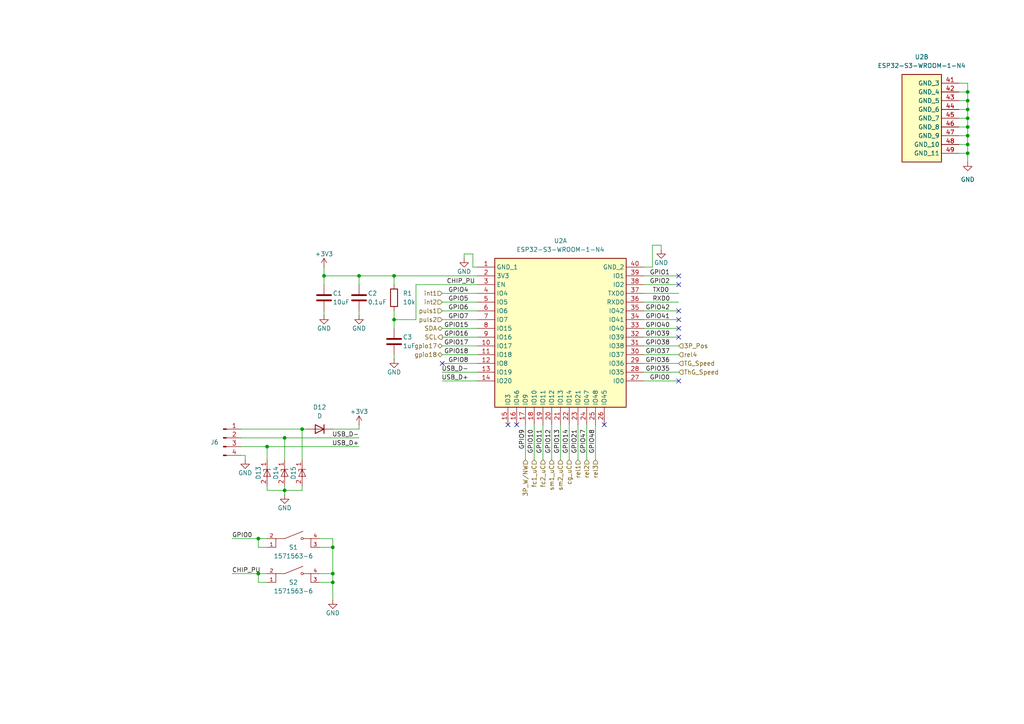
<source format=kicad_sch>
(kicad_sch
	(version 20250114)
	(generator "eeschema")
	(generator_version "9.0")
	(uuid "75003790-0e90-4831-a3bd-a236a26cf43d")
	(paper "A4")
	(lib_symbols
		(symbol "Connector:Conn_01x04_Pin"
			(pin_names
				(offset 1.016)
				(hide yes)
			)
			(exclude_from_sim no)
			(in_bom yes)
			(on_board yes)
			(property "Reference" "J"
				(at 0 5.08 0)
				(effects
					(font
						(size 1.27 1.27)
					)
				)
			)
			(property "Value" "Conn_01x04_Pin"
				(at 0 -7.62 0)
				(effects
					(font
						(size 1.27 1.27)
					)
				)
			)
			(property "Footprint" ""
				(at 0 0 0)
				(effects
					(font
						(size 1.27 1.27)
					)
					(hide yes)
				)
			)
			(property "Datasheet" "~"
				(at 0 0 0)
				(effects
					(font
						(size 1.27 1.27)
					)
					(hide yes)
				)
			)
			(property "Description" "Generic connector, single row, 01x04, script generated"
				(at 0 0 0)
				(effects
					(font
						(size 1.27 1.27)
					)
					(hide yes)
				)
			)
			(property "ki_locked" ""
				(at 0 0 0)
				(effects
					(font
						(size 1.27 1.27)
					)
				)
			)
			(property "ki_keywords" "connector"
				(at 0 0 0)
				(effects
					(font
						(size 1.27 1.27)
					)
					(hide yes)
				)
			)
			(property "ki_fp_filters" "Connector*:*_1x??_*"
				(at 0 0 0)
				(effects
					(font
						(size 1.27 1.27)
					)
					(hide yes)
				)
			)
			(symbol "Conn_01x04_Pin_1_1"
				(rectangle
					(start 0.8636 2.667)
					(end 0 2.413)
					(stroke
						(width 0.1524)
						(type default)
					)
					(fill
						(type outline)
					)
				)
				(rectangle
					(start 0.8636 0.127)
					(end 0 -0.127)
					(stroke
						(width 0.1524)
						(type default)
					)
					(fill
						(type outline)
					)
				)
				(rectangle
					(start 0.8636 -2.413)
					(end 0 -2.667)
					(stroke
						(width 0.1524)
						(type default)
					)
					(fill
						(type outline)
					)
				)
				(rectangle
					(start 0.8636 -4.953)
					(end 0 -5.207)
					(stroke
						(width 0.1524)
						(type default)
					)
					(fill
						(type outline)
					)
				)
				(polyline
					(pts
						(xy 1.27 2.54) (xy 0.8636 2.54)
					)
					(stroke
						(width 0.1524)
						(type default)
					)
					(fill
						(type none)
					)
				)
				(polyline
					(pts
						(xy 1.27 0) (xy 0.8636 0)
					)
					(stroke
						(width 0.1524)
						(type default)
					)
					(fill
						(type none)
					)
				)
				(polyline
					(pts
						(xy 1.27 -2.54) (xy 0.8636 -2.54)
					)
					(stroke
						(width 0.1524)
						(type default)
					)
					(fill
						(type none)
					)
				)
				(polyline
					(pts
						(xy 1.27 -5.08) (xy 0.8636 -5.08)
					)
					(stroke
						(width 0.1524)
						(type default)
					)
					(fill
						(type none)
					)
				)
				(pin passive line
					(at 5.08 2.54 180)
					(length 3.81)
					(name "Pin_1"
						(effects
							(font
								(size 1.27 1.27)
							)
						)
					)
					(number "1"
						(effects
							(font
								(size 1.27 1.27)
							)
						)
					)
				)
				(pin passive line
					(at 5.08 0 180)
					(length 3.81)
					(name "Pin_2"
						(effects
							(font
								(size 1.27 1.27)
							)
						)
					)
					(number "2"
						(effects
							(font
								(size 1.27 1.27)
							)
						)
					)
				)
				(pin passive line
					(at 5.08 -2.54 180)
					(length 3.81)
					(name "Pin_3"
						(effects
							(font
								(size 1.27 1.27)
							)
						)
					)
					(number "3"
						(effects
							(font
								(size 1.27 1.27)
							)
						)
					)
				)
				(pin passive line
					(at 5.08 -5.08 180)
					(length 3.81)
					(name "Pin_4"
						(effects
							(font
								(size 1.27 1.27)
							)
						)
					)
					(number "4"
						(effects
							(font
								(size 1.27 1.27)
							)
						)
					)
				)
			)
			(embedded_fonts no)
		)
		(symbol "Device:C"
			(pin_numbers
				(hide yes)
			)
			(pin_names
				(offset 0.254)
			)
			(exclude_from_sim no)
			(in_bom yes)
			(on_board yes)
			(property "Reference" "C"
				(at 0.635 2.54 0)
				(effects
					(font
						(size 1.27 1.27)
					)
					(justify left)
				)
			)
			(property "Value" "C"
				(at 0.635 -2.54 0)
				(effects
					(font
						(size 1.27 1.27)
					)
					(justify left)
				)
			)
			(property "Footprint" ""
				(at 0.9652 -3.81 0)
				(effects
					(font
						(size 1.27 1.27)
					)
					(hide yes)
				)
			)
			(property "Datasheet" "~"
				(at 0 0 0)
				(effects
					(font
						(size 1.27 1.27)
					)
					(hide yes)
				)
			)
			(property "Description" "Unpolarized capacitor"
				(at 0 0 0)
				(effects
					(font
						(size 1.27 1.27)
					)
					(hide yes)
				)
			)
			(property "ki_keywords" "cap capacitor"
				(at 0 0 0)
				(effects
					(font
						(size 1.27 1.27)
					)
					(hide yes)
				)
			)
			(property "ki_fp_filters" "C_*"
				(at 0 0 0)
				(effects
					(font
						(size 1.27 1.27)
					)
					(hide yes)
				)
			)
			(symbol "C_0_1"
				(polyline
					(pts
						(xy -2.032 0.762) (xy 2.032 0.762)
					)
					(stroke
						(width 0.508)
						(type default)
					)
					(fill
						(type none)
					)
				)
				(polyline
					(pts
						(xy -2.032 -0.762) (xy 2.032 -0.762)
					)
					(stroke
						(width 0.508)
						(type default)
					)
					(fill
						(type none)
					)
				)
			)
			(symbol "C_1_1"
				(pin passive line
					(at 0 3.81 270)
					(length 2.794)
					(name "~"
						(effects
							(font
								(size 1.27 1.27)
							)
						)
					)
					(number "1"
						(effects
							(font
								(size 1.27 1.27)
							)
						)
					)
				)
				(pin passive line
					(at 0 -3.81 90)
					(length 2.794)
					(name "~"
						(effects
							(font
								(size 1.27 1.27)
							)
						)
					)
					(number "2"
						(effects
							(font
								(size 1.27 1.27)
							)
						)
					)
				)
			)
			(embedded_fonts no)
		)
		(symbol "Device:D"
			(pin_numbers
				(hide yes)
			)
			(pin_names
				(offset 1.016)
				(hide yes)
			)
			(exclude_from_sim no)
			(in_bom yes)
			(on_board yes)
			(property "Reference" "D"
				(at 0 2.54 0)
				(effects
					(font
						(size 1.27 1.27)
					)
				)
			)
			(property "Value" "D"
				(at 0 -2.54 0)
				(effects
					(font
						(size 1.27 1.27)
					)
				)
			)
			(property "Footprint" ""
				(at 0 0 0)
				(effects
					(font
						(size 1.27 1.27)
					)
					(hide yes)
				)
			)
			(property "Datasheet" "~"
				(at 0 0 0)
				(effects
					(font
						(size 1.27 1.27)
					)
					(hide yes)
				)
			)
			(property "Description" "Diode"
				(at 0 0 0)
				(effects
					(font
						(size 1.27 1.27)
					)
					(hide yes)
				)
			)
			(property "Sim.Device" "D"
				(at 0 0 0)
				(effects
					(font
						(size 1.27 1.27)
					)
					(hide yes)
				)
			)
			(property "Sim.Pins" "1=K 2=A"
				(at 0 0 0)
				(effects
					(font
						(size 1.27 1.27)
					)
					(hide yes)
				)
			)
			(property "ki_keywords" "diode"
				(at 0 0 0)
				(effects
					(font
						(size 1.27 1.27)
					)
					(hide yes)
				)
			)
			(property "ki_fp_filters" "TO-???* *_Diode_* *SingleDiode* D_*"
				(at 0 0 0)
				(effects
					(font
						(size 1.27 1.27)
					)
					(hide yes)
				)
			)
			(symbol "D_0_1"
				(polyline
					(pts
						(xy -1.27 1.27) (xy -1.27 -1.27)
					)
					(stroke
						(width 0.254)
						(type default)
					)
					(fill
						(type none)
					)
				)
				(polyline
					(pts
						(xy 1.27 1.27) (xy 1.27 -1.27) (xy -1.27 0) (xy 1.27 1.27)
					)
					(stroke
						(width 0.254)
						(type default)
					)
					(fill
						(type none)
					)
				)
				(polyline
					(pts
						(xy 1.27 0) (xy -1.27 0)
					)
					(stroke
						(width 0)
						(type default)
					)
					(fill
						(type none)
					)
				)
			)
			(symbol "D_1_1"
				(pin passive line
					(at -3.81 0 0)
					(length 2.54)
					(name "K"
						(effects
							(font
								(size 1.27 1.27)
							)
						)
					)
					(number "1"
						(effects
							(font
								(size 1.27 1.27)
							)
						)
					)
				)
				(pin passive line
					(at 3.81 0 180)
					(length 2.54)
					(name "A"
						(effects
							(font
								(size 1.27 1.27)
							)
						)
					)
					(number "2"
						(effects
							(font
								(size 1.27 1.27)
							)
						)
					)
				)
			)
			(embedded_fonts no)
		)
		(symbol "Device:R"
			(pin_numbers
				(hide yes)
			)
			(pin_names
				(offset 0)
			)
			(exclude_from_sim no)
			(in_bom yes)
			(on_board yes)
			(property "Reference" "R"
				(at 2.032 0 90)
				(effects
					(font
						(size 1.27 1.27)
					)
				)
			)
			(property "Value" "R"
				(at 0 0 90)
				(effects
					(font
						(size 1.27 1.27)
					)
				)
			)
			(property "Footprint" ""
				(at -1.778 0 90)
				(effects
					(font
						(size 1.27 1.27)
					)
					(hide yes)
				)
			)
			(property "Datasheet" "~"
				(at 0 0 0)
				(effects
					(font
						(size 1.27 1.27)
					)
					(hide yes)
				)
			)
			(property "Description" "Resistor"
				(at 0 0 0)
				(effects
					(font
						(size 1.27 1.27)
					)
					(hide yes)
				)
			)
			(property "ki_keywords" "R res resistor"
				(at 0 0 0)
				(effects
					(font
						(size 1.27 1.27)
					)
					(hide yes)
				)
			)
			(property "ki_fp_filters" "R_*"
				(at 0 0 0)
				(effects
					(font
						(size 1.27 1.27)
					)
					(hide yes)
				)
			)
			(symbol "R_0_1"
				(rectangle
					(start -1.016 -2.54)
					(end 1.016 2.54)
					(stroke
						(width 0.254)
						(type default)
					)
					(fill
						(type none)
					)
				)
			)
			(symbol "R_1_1"
				(pin passive line
					(at 0 3.81 270)
					(length 1.27)
					(name "~"
						(effects
							(font
								(size 1.27 1.27)
							)
						)
					)
					(number "1"
						(effects
							(font
								(size 1.27 1.27)
							)
						)
					)
				)
				(pin passive line
					(at 0 -3.81 90)
					(length 1.27)
					(name "~"
						(effects
							(font
								(size 1.27 1.27)
							)
						)
					)
					(number "2"
						(effects
							(font
								(size 1.27 1.27)
							)
						)
					)
				)
			)
			(embedded_fonts no)
		)
		(symbol "Samacsys:1571563-6"
			(pin_names
				(offset 1.016)
			)
			(exclude_from_sim no)
			(in_bom yes)
			(on_board yes)
			(property "Reference" "S"
				(at -4.572 2.794 0)
				(effects
					(font
						(size 1.27 1.27)
					)
					(justify left bottom)
				)
			)
			(property "Value" "1571563-6"
				(at -4.826 6.35 0)
				(effects
					(font
						(size 1.27 1.27)
					)
					(justify left top)
				)
			)
			(property "Footprint" "Samacsys:SW_1571563-6"
				(at -0.254 7.112 0)
				(effects
					(font
						(size 1.27 1.27)
					)
					(justify bottom)
					(hide yes)
				)
			)
			(property "Datasheet" ""
				(at 0 0 0)
				(effects
					(font
						(size 1.27 1.27)
					)
					(hide yes)
				)
			)
			(property "Description" ""
				(at 0 0 0)
				(effects
					(font
						(size 1.27 1.27)
					)
					(hide yes)
				)
			)
			(property "Comment" "1571563-6"
				(at -0.508 6.604 0)
				(effects
					(font
						(size 1.27 1.27)
					)
					(justify bottom)
					(hide yes)
				)
			)
			(property "MF" "TE Connectivity"
				(at 0.508 7.366 0)
				(effects
					(font
						(size 1.27 1.27)
					)
					(justify bottom)
					(hide yes)
				)
			)
			(property "MAXIMUM_PACKAGE_HEIGHT" "22.60mm"
				(at 0 7.112 0)
				(effects
					(font
						(size 1.27 1.27)
					)
					(justify bottom)
					(hide yes)
				)
			)
			(property "Package" "None"
				(at 0.508 6.604 0)
				(effects
					(font
						(size 1.27 1.27)
					)
					(justify bottom)
					(hide yes)
				)
			)
			(property "Price" "None"
				(at 0 6.604 0)
				(effects
					(font
						(size 1.27 1.27)
					)
					(justify bottom)
					(hide yes)
				)
			)
			(property "Check_prices" "https://www.snapeda.com/parts/1571563-6/TE+Connectivity/view-part/?ref=eda"
				(at -1.27 6.858 0)
				(effects
					(font
						(size 1.27 1.27)
					)
					(justify bottom)
					(hide yes)
				)
			)
			(property "STANDARD" "Manufacturer Recommendations"
				(at -0.254 7.112 0)
				(effects
					(font
						(size 1.27 1.27)
					)
					(justify bottom)
					(hide yes)
				)
			)
			(property "PARTREV" "V"
				(at 0.254 6.604 0)
				(effects
					(font
						(size 1.27 1.27)
					)
					(justify bottom)
					(hide yes)
				)
			)
			(property "SnapEDA_Link" "https://www.snapeda.com/parts/1571563-6/TE+Connectivity/view-part/?ref=snap"
				(at -1.27 6.858 0)
				(effects
					(font
						(size 1.27 1.27)
					)
					(justify bottom)
					(hide yes)
				)
			)
			(property "MP" "1571563-6"
				(at 0.254 7.112 0)
				(effects
					(font
						(size 1.27 1.27)
					)
					(justify bottom)
					(hide yes)
				)
			)
			(property "Description_1" "Alcoswitch; Tactile Switches; Actuator Style: Round; Contact Configuration: SPST; Contact Rating: 50mA; Operating Function: Off [On]; Termination Type: Printed Circuit"
				(at -1.27 6.858 0)
				(effects
					(font
						(size 1.27 1.27)
					)
					(justify bottom)
					(hide yes)
				)
			)
			(property "Availability" "In Stock"
				(at 0.762 6.858 0)
				(effects
					(font
						(size 1.27 1.27)
					)
					(justify bottom)
					(hide yes)
				)
			)
			(property "MANUFACTURER" "TE"
				(at 0.254 7.112 0)
				(effects
					(font
						(size 1.27 1.27)
					)
					(justify bottom)
					(hide yes)
				)
			)
			(symbol "1571563-6_0_0"
				(polyline
					(pts
						(xy -2.54 0) (xy -5.08 0)
					)
					(stroke
						(width 0.1524)
						(type default)
					)
					(fill
						(type none)
					)
				)
				(polyline
					(pts
						(xy -2.54 0) (xy 2.794 2.1336)
					)
					(stroke
						(width 0.1524)
						(type default)
					)
					(fill
						(type none)
					)
				)
				(circle
					(center 2.54 0)
					(radius 0.3302)
					(stroke
						(width 0.1524)
						(type default)
					)
					(fill
						(type none)
					)
				)
				(polyline
					(pts
						(xy 5.08 0) (xy 2.921 0)
					)
					(stroke
						(width 0.1524)
						(type default)
					)
					(fill
						(type none)
					)
				)
				(pin passive line
					(at -7.62 0 0)
					(length 2.54)
					(name "~"
						(effects
							(font
								(size 1.016 1.016)
							)
						)
					)
					(number "2"
						(effects
							(font
								(size 1.016 1.016)
							)
						)
					)
				)
				(pin passive line
					(at -7.62 -2.54 0)
					(length 2.54)
					(name "~"
						(effects
							(font
								(size 1.016 1.016)
							)
						)
					)
					(number "1"
						(effects
							(font
								(size 1.016 1.016)
							)
						)
					)
				)
				(pin passive line
					(at 7.62 0 180)
					(length 2.54)
					(name "~"
						(effects
							(font
								(size 1.016 1.016)
							)
						)
					)
					(number "4"
						(effects
							(font
								(size 1.016 1.016)
							)
						)
					)
				)
				(pin passive line
					(at 7.62 -2.54 180)
					(length 2.54)
					(name "~"
						(effects
							(font
								(size 1.016 1.016)
							)
						)
					)
					(number "3"
						(effects
							(font
								(size 1.016 1.016)
							)
						)
					)
				)
			)
			(symbol "1571563-6_0_1"
				(polyline
					(pts
						(xy -5.08 -2.54) (xy -5.08 0)
					)
					(stroke
						(width 0)
						(type default)
					)
					(fill
						(type none)
					)
				)
				(polyline
					(pts
						(xy 5.08 -2.54) (xy 5.08 0)
					)
					(stroke
						(width 0)
						(type default)
					)
					(fill
						(type none)
					)
				)
			)
			(embedded_fonts no)
		)
		(symbol "Samacsys:ESP32-S3-WROOM-1-N4"
			(exclude_from_sim no)
			(in_bom yes)
			(on_board yes)
			(property "Reference" "U"
				(at -0.254 4.826 0)
				(effects
					(font
						(size 1.27 1.27)
					)
					(justify left top)
				)
			)
			(property "Value" "ESP32-S3-WROOM-1-N4"
				(at -0.254 2.286 0)
				(effects
					(font
						(size 1.27 1.27)
					)
					(justify left top)
				)
			)
			(property "Footprint" "Samacsys:ESP32S3WROOM1N4"
				(at 0.508 7.874 0)
				(effects
					(font
						(size 1.27 1.27)
					)
					(justify left top)
					(hide yes)
				)
			)
			(property "Datasheet" "https://www.espressif.com/sites/default/files/documentation/esp32-s3-wroom-1_wroom-1u_datasheet_en.pdf"
				(at 29.21 -194.92 0)
				(effects
					(font
						(size 1.27 1.27)
					)
					(justify left top)
					(hide yes)
				)
			)
			(property "Description" "WiFi Modules - 802.11 [Engineering Samples] SMD Module, ESP32-S3, 4 MB SPI Flash, PCB Antenna"
				(at 50.546 9.652 0)
				(effects
					(font
						(size 1.27 1.27)
					)
					(hide yes)
				)
			)
			(property "Height" "3.25"
				(at 29.21 -394.92 0)
				(effects
					(font
						(size 1.27 1.27)
					)
					(justify left top)
					(hide yes)
				)
			)
			(property "Mouser Part Number" "356-ESP32-S3WROOM1N4"
				(at 29.21 -494.92 0)
				(effects
					(font
						(size 1.27 1.27)
					)
					(justify left top)
					(hide yes)
				)
			)
			(property "Mouser Price/Stock" "https://www.mouser.co.uk/ProductDetail/Espressif-Systems/ESP32-S3-WROOM-1-N4?qs=Li%252BoUPsLEnsO%2FkiJOUK0FQ%3D%3D"
				(at 29.21 -594.92 0)
				(effects
					(font
						(size 1.27 1.27)
					)
					(justify left top)
					(hide yes)
				)
			)
			(property "Manufacturer_Name" "Espressif Systems"
				(at 29.21 -694.92 0)
				(effects
					(font
						(size 1.27 1.27)
					)
					(justify left top)
					(hide yes)
				)
			)
			(property "Manufacturer_Part_Number" "ESP32-S3-WROOM-1-N4"
				(at 29.21 -794.92 0)
				(effects
					(font
						(size 1.27 1.27)
					)
					(justify left top)
					(hide yes)
				)
			)
			(property "ki_locked" ""
				(at 0 0 0)
				(effects
					(font
						(size 1.27 1.27)
					)
				)
			)
			(symbol "ESP32-S3-WROOM-1-N4_1_1"
				(rectangle
					(start 0 0)
					(end 38.1 -43.18)
					(stroke
						(width 0.254)
						(type default)
					)
					(fill
						(type background)
					)
				)
				(pin passive line
					(at -5.08 -2.54 0)
					(length 5.08)
					(name "GND_1"
						(effects
							(font
								(size 1.27 1.27)
							)
						)
					)
					(number "1"
						(effects
							(font
								(size 1.27 1.27)
							)
						)
					)
				)
				(pin passive line
					(at -5.08 -5.08 0)
					(length 5.08)
					(name "3V3"
						(effects
							(font
								(size 1.27 1.27)
							)
						)
					)
					(number "2"
						(effects
							(font
								(size 1.27 1.27)
							)
						)
					)
				)
				(pin passive line
					(at -5.08 -7.62 0)
					(length 5.08)
					(name "EN"
						(effects
							(font
								(size 1.27 1.27)
							)
						)
					)
					(number "3"
						(effects
							(font
								(size 1.27 1.27)
							)
						)
					)
				)
				(pin passive line
					(at -5.08 -10.16 0)
					(length 5.08)
					(name "IO4"
						(effects
							(font
								(size 1.27 1.27)
							)
						)
					)
					(number "4"
						(effects
							(font
								(size 1.27 1.27)
							)
						)
					)
				)
				(pin passive line
					(at -5.08 -12.7 0)
					(length 5.08)
					(name "IO5"
						(effects
							(font
								(size 1.27 1.27)
							)
						)
					)
					(number "5"
						(effects
							(font
								(size 1.27 1.27)
							)
						)
					)
				)
				(pin passive line
					(at -5.08 -15.24 0)
					(length 5.08)
					(name "IO6"
						(effects
							(font
								(size 1.27 1.27)
							)
						)
					)
					(number "6"
						(effects
							(font
								(size 1.27 1.27)
							)
						)
					)
				)
				(pin passive line
					(at -5.08 -17.78 0)
					(length 5.08)
					(name "IO7"
						(effects
							(font
								(size 1.27 1.27)
							)
						)
					)
					(number "7"
						(effects
							(font
								(size 1.27 1.27)
							)
						)
					)
				)
				(pin passive line
					(at -5.08 -20.32 0)
					(length 5.08)
					(name "IO15"
						(effects
							(font
								(size 1.27 1.27)
							)
						)
					)
					(number "8"
						(effects
							(font
								(size 1.27 1.27)
							)
						)
					)
				)
				(pin passive line
					(at -5.08 -22.86 0)
					(length 5.08)
					(name "IO16"
						(effects
							(font
								(size 1.27 1.27)
							)
						)
					)
					(number "9"
						(effects
							(font
								(size 1.27 1.27)
							)
						)
					)
				)
				(pin passive line
					(at -5.08 -25.4 0)
					(length 5.08)
					(name "IO17"
						(effects
							(font
								(size 1.27 1.27)
							)
						)
					)
					(number "10"
						(effects
							(font
								(size 1.27 1.27)
							)
						)
					)
				)
				(pin passive line
					(at -5.08 -27.94 0)
					(length 5.08)
					(name "IO18"
						(effects
							(font
								(size 1.27 1.27)
							)
						)
					)
					(number "11"
						(effects
							(font
								(size 1.27 1.27)
							)
						)
					)
				)
				(pin passive line
					(at -5.08 -30.48 0)
					(length 5.08)
					(name "IO8"
						(effects
							(font
								(size 1.27 1.27)
							)
						)
					)
					(number "12"
						(effects
							(font
								(size 1.27 1.27)
							)
						)
					)
				)
				(pin passive line
					(at -5.08 -33.02 0)
					(length 5.08)
					(name "IO19"
						(effects
							(font
								(size 1.27 1.27)
							)
						)
					)
					(number "13"
						(effects
							(font
								(size 1.27 1.27)
							)
						)
					)
				)
				(pin passive line
					(at -5.08 -35.56 0)
					(length 5.08)
					(name "IO20"
						(effects
							(font
								(size 1.27 1.27)
							)
						)
					)
					(number "14"
						(effects
							(font
								(size 1.27 1.27)
							)
						)
					)
				)
				(pin passive line
					(at 3.81 -48.26 90)
					(length 5.08)
					(name "IO3"
						(effects
							(font
								(size 1.27 1.27)
							)
						)
					)
					(number "15"
						(effects
							(font
								(size 1.27 1.27)
							)
						)
					)
				)
				(pin passive line
					(at 6.35 -48.26 90)
					(length 5.08)
					(name "IO46"
						(effects
							(font
								(size 1.27 1.27)
							)
						)
					)
					(number "16"
						(effects
							(font
								(size 1.27 1.27)
							)
						)
					)
				)
				(pin passive line
					(at 8.89 -48.26 90)
					(length 5.08)
					(name "IO9"
						(effects
							(font
								(size 1.27 1.27)
							)
						)
					)
					(number "17"
						(effects
							(font
								(size 1.27 1.27)
							)
						)
					)
				)
				(pin passive line
					(at 11.43 -48.26 90)
					(length 5.08)
					(name "IO10"
						(effects
							(font
								(size 1.27 1.27)
							)
						)
					)
					(number "18"
						(effects
							(font
								(size 1.27 1.27)
							)
						)
					)
				)
				(pin passive line
					(at 13.97 -48.26 90)
					(length 5.08)
					(name "IO11"
						(effects
							(font
								(size 1.27 1.27)
							)
						)
					)
					(number "19"
						(effects
							(font
								(size 1.27 1.27)
							)
						)
					)
				)
				(pin passive line
					(at 16.51 -48.26 90)
					(length 5.08)
					(name "IO12"
						(effects
							(font
								(size 1.27 1.27)
							)
						)
					)
					(number "20"
						(effects
							(font
								(size 1.27 1.27)
							)
						)
					)
				)
				(pin passive line
					(at 19.05 -48.26 90)
					(length 5.08)
					(name "IO13"
						(effects
							(font
								(size 1.27 1.27)
							)
						)
					)
					(number "21"
						(effects
							(font
								(size 1.27 1.27)
							)
						)
					)
				)
				(pin passive line
					(at 21.59 -48.26 90)
					(length 5.08)
					(name "IO14"
						(effects
							(font
								(size 1.27 1.27)
							)
						)
					)
					(number "22"
						(effects
							(font
								(size 1.27 1.27)
							)
						)
					)
				)
				(pin passive line
					(at 24.13 -48.26 90)
					(length 5.08)
					(name "IO21"
						(effects
							(font
								(size 1.27 1.27)
							)
						)
					)
					(number "23"
						(effects
							(font
								(size 1.27 1.27)
							)
						)
					)
				)
				(pin passive line
					(at 26.67 -48.26 90)
					(length 5.08)
					(name "IO47"
						(effects
							(font
								(size 1.27 1.27)
							)
						)
					)
					(number "24"
						(effects
							(font
								(size 1.27 1.27)
							)
						)
					)
				)
				(pin passive line
					(at 29.21 -48.26 90)
					(length 5.08)
					(name "IO48"
						(effects
							(font
								(size 1.27 1.27)
							)
						)
					)
					(number "25"
						(effects
							(font
								(size 1.27 1.27)
							)
						)
					)
				)
				(pin passive line
					(at 31.75 -48.26 90)
					(length 5.08)
					(name "IO45"
						(effects
							(font
								(size 1.27 1.27)
							)
						)
					)
					(number "26"
						(effects
							(font
								(size 1.27 1.27)
							)
						)
					)
				)
				(pin passive line
					(at 43.18 -2.54 180)
					(length 5.08)
					(name "GND_2"
						(effects
							(font
								(size 1.27 1.27)
							)
						)
					)
					(number "40"
						(effects
							(font
								(size 1.27 1.27)
							)
						)
					)
				)
				(pin passive line
					(at 43.18 -5.08 180)
					(length 5.08)
					(name "IO1"
						(effects
							(font
								(size 1.27 1.27)
							)
						)
					)
					(number "39"
						(effects
							(font
								(size 1.27 1.27)
							)
						)
					)
				)
				(pin passive line
					(at 43.18 -7.62 180)
					(length 5.08)
					(name "IO2"
						(effects
							(font
								(size 1.27 1.27)
							)
						)
					)
					(number "38"
						(effects
							(font
								(size 1.27 1.27)
							)
						)
					)
				)
				(pin passive line
					(at 43.18 -10.16 180)
					(length 5.08)
					(name "TXD0"
						(effects
							(font
								(size 1.27 1.27)
							)
						)
					)
					(number "37"
						(effects
							(font
								(size 1.27 1.27)
							)
						)
					)
				)
				(pin passive line
					(at 43.18 -12.7 180)
					(length 5.08)
					(name "RXD0"
						(effects
							(font
								(size 1.27 1.27)
							)
						)
					)
					(number "36"
						(effects
							(font
								(size 1.27 1.27)
							)
						)
					)
				)
				(pin passive line
					(at 43.18 -15.24 180)
					(length 5.08)
					(name "IO42"
						(effects
							(font
								(size 1.27 1.27)
							)
						)
					)
					(number "35"
						(effects
							(font
								(size 1.27 1.27)
							)
						)
					)
				)
				(pin passive line
					(at 43.18 -17.78 180)
					(length 5.08)
					(name "IO41"
						(effects
							(font
								(size 1.27 1.27)
							)
						)
					)
					(number "34"
						(effects
							(font
								(size 1.27 1.27)
							)
						)
					)
				)
				(pin passive line
					(at 43.18 -20.32 180)
					(length 5.08)
					(name "IO40"
						(effects
							(font
								(size 1.27 1.27)
							)
						)
					)
					(number "33"
						(effects
							(font
								(size 1.27 1.27)
							)
						)
					)
				)
				(pin passive line
					(at 43.18 -22.86 180)
					(length 5.08)
					(name "IO39"
						(effects
							(font
								(size 1.27 1.27)
							)
						)
					)
					(number "32"
						(effects
							(font
								(size 1.27 1.27)
							)
						)
					)
				)
				(pin passive line
					(at 43.18 -25.4 180)
					(length 5.08)
					(name "IO38"
						(effects
							(font
								(size 1.27 1.27)
							)
						)
					)
					(number "31"
						(effects
							(font
								(size 1.27 1.27)
							)
						)
					)
				)
				(pin passive line
					(at 43.18 -27.94 180)
					(length 5.08)
					(name "IO37"
						(effects
							(font
								(size 1.27 1.27)
							)
						)
					)
					(number "30"
						(effects
							(font
								(size 1.27 1.27)
							)
						)
					)
				)
				(pin passive line
					(at 43.18 -30.48 180)
					(length 5.08)
					(name "IO36"
						(effects
							(font
								(size 1.27 1.27)
							)
						)
					)
					(number "29"
						(effects
							(font
								(size 1.27 1.27)
							)
						)
					)
				)
				(pin passive line
					(at 43.18 -33.02 180)
					(length 5.08)
					(name "IO35"
						(effects
							(font
								(size 1.27 1.27)
							)
						)
					)
					(number "28"
						(effects
							(font
								(size 1.27 1.27)
							)
						)
					)
				)
				(pin passive line
					(at 43.18 -35.56 180)
					(length 5.08)
					(name "IO0"
						(effects
							(font
								(size 1.27 1.27)
							)
						)
					)
					(number "27"
						(effects
							(font
								(size 1.27 1.27)
							)
						)
					)
				)
			)
			(symbol "ESP32-S3-WROOM-1-N4_2_1"
				(rectangle
					(start 0 0)
					(end 11.43 -25.4)
					(stroke
						(width 0.254)
						(type default)
					)
					(fill
						(type background)
					)
				)
				(pin passive line
					(at -5.08 -2.54 0)
					(length 5.08)
					(name "GND_3"
						(effects
							(font
								(size 1.27 1.27)
							)
						)
					)
					(number "41"
						(effects
							(font
								(size 1.27 1.27)
							)
						)
					)
				)
				(pin passive line
					(at -5.08 -5.08 0)
					(length 5.08)
					(name "GND_4"
						(effects
							(font
								(size 1.27 1.27)
							)
						)
					)
					(number "42"
						(effects
							(font
								(size 1.27 1.27)
							)
						)
					)
				)
				(pin passive line
					(at -5.08 -7.62 0)
					(length 5.08)
					(name "GND_5"
						(effects
							(font
								(size 1.27 1.27)
							)
						)
					)
					(number "43"
						(effects
							(font
								(size 1.27 1.27)
							)
						)
					)
				)
				(pin passive line
					(at -5.08 -10.16 0)
					(length 5.08)
					(name "GND_6"
						(effects
							(font
								(size 1.27 1.27)
							)
						)
					)
					(number "44"
						(effects
							(font
								(size 1.27 1.27)
							)
						)
					)
				)
				(pin passive line
					(at -5.08 -12.7 0)
					(length 5.08)
					(name "GND_7"
						(effects
							(font
								(size 1.27 1.27)
							)
						)
					)
					(number "45"
						(effects
							(font
								(size 1.27 1.27)
							)
						)
					)
				)
				(pin passive line
					(at -5.08 -15.24 0)
					(length 5.08)
					(name "GND_8"
						(effects
							(font
								(size 1.27 1.27)
							)
						)
					)
					(number "46"
						(effects
							(font
								(size 1.27 1.27)
							)
						)
					)
				)
				(pin passive line
					(at -5.08 -17.78 0)
					(length 5.08)
					(name "GND_9"
						(effects
							(font
								(size 1.27 1.27)
							)
						)
					)
					(number "47"
						(effects
							(font
								(size 1.27 1.27)
							)
						)
					)
				)
				(pin passive line
					(at -5.08 -20.32 0)
					(length 5.08)
					(name "GND_10"
						(effects
							(font
								(size 1.27 1.27)
							)
						)
					)
					(number "48"
						(effects
							(font
								(size 1.27 1.27)
							)
						)
					)
				)
				(pin passive line
					(at -5.08 -22.86 0)
					(length 5.08)
					(name "GND_11"
						(effects
							(font
								(size 1.27 1.27)
							)
						)
					)
					(number "49"
						(effects
							(font
								(size 1.27 1.27)
							)
						)
					)
				)
			)
			(embedded_fonts no)
		)
		(symbol "Samacsys:SZESD5B5.0ST5G"
			(pin_names
				(hide yes)
			)
			(exclude_from_sim no)
			(in_bom yes)
			(on_board yes)
			(property "Reference" "D"
				(at 8.382 4.572 0)
				(effects
					(font
						(size 1.27 1.27)
					)
					(justify left top)
				)
			)
			(property "Value" "SZESD5B5.0ST5G"
				(at 8.382 2.54 0)
				(effects
					(font
						(size 1.27 1.27)
					)
					(justify left top)
				)
			)
			(property "Footprint" "Samacsys:SODFL1608X70N"
				(at 11.43 -97.46 0)
				(effects
					(font
						(size 1.27 1.27)
					)
					(justify left top)
					(hide yes)
				)
			)
			(property "Datasheet" "https://www.onsemi.com/pub/Collateral/ESD5B5.0ST1-D.PDF"
				(at 11.43 -197.46 0)
				(effects
					(font
						(size 1.27 1.27)
					)
					(justify left top)
					(hide yes)
				)
			)
			(property "Description" "Cap = 32 pf; Low Leakage; IEC61000-4-2 30 kV contact; Low Clamping Voltage; Long Life"
				(at 0.254 13.716 0)
				(effects
					(font
						(size 1.27 1.27)
					)
					(hide yes)
				)
			)
			(property "Height" "0.7"
				(at 11.43 -397.46 0)
				(effects
					(font
						(size 1.27 1.27)
					)
					(justify left top)
					(hide yes)
				)
			)
			(property "Mouser Part Number" "863-SZESD5B5.0ST5G"
				(at 11.43 -497.46 0)
				(effects
					(font
						(size 1.27 1.27)
					)
					(justify left top)
					(hide yes)
				)
			)
			(property "Mouser Price/Stock" "https://www.mouser.co.uk/ProductDetail/onsemi/SZESD5B5.0ST5G?qs=byeeYqUIh0NF3z7NTjG9DQ%3D%3D"
				(at 11.43 -597.46 0)
				(effects
					(font
						(size 1.27 1.27)
					)
					(justify left top)
					(hide yes)
				)
			)
			(property "Manufacturer_Name" "onsemi"
				(at 11.43 -697.46 0)
				(effects
					(font
						(size 1.27 1.27)
					)
					(justify left top)
					(hide yes)
				)
			)
			(property "Manufacturer_Part_Number" "SZESD5B5.0ST5G"
				(at 11.43 -797.46 0)
				(effects
					(font
						(size 1.27 1.27)
					)
					(justify left top)
					(hide yes)
				)
			)
			(symbol "SZESD5B5.0ST5G_0_1"
				(polyline
					(pts
						(xy 2.54 0) (xy 5.08 0)
					)
					(stroke
						(width 0)
						(type default)
					)
					(fill
						(type none)
					)
				)
				(polyline
					(pts
						(xy 2.794 1.016) (xy 2.794 -1.016) (xy 3.302 -1.016)
					)
					(stroke
						(width 0)
						(type default)
					)
					(fill
						(type none)
					)
				)
				(polyline
					(pts
						(xy 2.794 0) (xy 4.826 0)
					)
					(stroke
						(width 0)
						(type default)
					)
					(fill
						(type none)
					)
				)
				(polyline
					(pts
						(xy 4.826 1.016) (xy 2.794 0) (xy 4.826 -1.016) (xy 4.826 1.016)
					)
					(stroke
						(width 0)
						(type default)
					)
					(fill
						(type none)
					)
				)
			)
			(symbol "SZESD5B5.0ST5G_1_1"
				(pin passive line
					(at 0 0 0)
					(length 2.54)
					(name "K1"
						(effects
							(font
								(size 1.27 1.27)
							)
						)
					)
					(number "1"
						(effects
							(font
								(size 1.27 1.27)
							)
						)
					)
				)
				(pin passive line
					(at 7.62 0 180)
					(length 2.54)
					(name "A"
						(effects
							(font
								(size 1.27 1.27)
							)
						)
					)
					(number "2"
						(effects
							(font
								(size 1.27 1.27)
							)
						)
					)
				)
			)
			(embedded_fonts no)
		)
		(symbol "power:+3V3"
			(power)
			(pin_numbers
				(hide yes)
			)
			(pin_names
				(offset 0)
				(hide yes)
			)
			(exclude_from_sim no)
			(in_bom yes)
			(on_board yes)
			(property "Reference" "#PWR"
				(at 0 -3.81 0)
				(effects
					(font
						(size 1.27 1.27)
					)
					(hide yes)
				)
			)
			(property "Value" "+3V3"
				(at 0 3.556 0)
				(effects
					(font
						(size 1.27 1.27)
					)
				)
			)
			(property "Footprint" ""
				(at 0 0 0)
				(effects
					(font
						(size 1.27 1.27)
					)
					(hide yes)
				)
			)
			(property "Datasheet" ""
				(at 0 0 0)
				(effects
					(font
						(size 1.27 1.27)
					)
					(hide yes)
				)
			)
			(property "Description" "Power symbol creates a global label with name \"+3V3\""
				(at 0 0 0)
				(effects
					(font
						(size 1.27 1.27)
					)
					(hide yes)
				)
			)
			(property "ki_keywords" "global power"
				(at 0 0 0)
				(effects
					(font
						(size 1.27 1.27)
					)
					(hide yes)
				)
			)
			(symbol "+3V3_0_1"
				(polyline
					(pts
						(xy -0.762 1.27) (xy 0 2.54)
					)
					(stroke
						(width 0)
						(type default)
					)
					(fill
						(type none)
					)
				)
				(polyline
					(pts
						(xy 0 2.54) (xy 0.762 1.27)
					)
					(stroke
						(width 0)
						(type default)
					)
					(fill
						(type none)
					)
				)
				(polyline
					(pts
						(xy 0 0) (xy 0 2.54)
					)
					(stroke
						(width 0)
						(type default)
					)
					(fill
						(type none)
					)
				)
			)
			(symbol "+3V3_1_1"
				(pin power_in line
					(at 0 0 90)
					(length 0)
					(name "~"
						(effects
							(font
								(size 1.27 1.27)
							)
						)
					)
					(number "1"
						(effects
							(font
								(size 1.27 1.27)
							)
						)
					)
				)
			)
			(embedded_fonts no)
		)
		(symbol "power:GND"
			(power)
			(pin_numbers
				(hide yes)
			)
			(pin_names
				(offset 0)
				(hide yes)
			)
			(exclude_from_sim no)
			(in_bom yes)
			(on_board yes)
			(property "Reference" "#PWR"
				(at 0 -6.35 0)
				(effects
					(font
						(size 1.27 1.27)
					)
					(hide yes)
				)
			)
			(property "Value" "GND"
				(at 0 -3.81 0)
				(effects
					(font
						(size 1.27 1.27)
					)
				)
			)
			(property "Footprint" ""
				(at 0 0 0)
				(effects
					(font
						(size 1.27 1.27)
					)
					(hide yes)
				)
			)
			(property "Datasheet" ""
				(at 0 0 0)
				(effects
					(font
						(size 1.27 1.27)
					)
					(hide yes)
				)
			)
			(property "Description" "Power symbol creates a global label with name \"GND\" , ground"
				(at 0 0 0)
				(effects
					(font
						(size 1.27 1.27)
					)
					(hide yes)
				)
			)
			(property "ki_keywords" "global power"
				(at 0 0 0)
				(effects
					(font
						(size 1.27 1.27)
					)
					(hide yes)
				)
			)
			(symbol "GND_0_1"
				(polyline
					(pts
						(xy 0 0) (xy 0 -1.27) (xy 1.27 -1.27) (xy 0 -2.54) (xy -1.27 -1.27) (xy 0 -1.27)
					)
					(stroke
						(width 0)
						(type default)
					)
					(fill
						(type none)
					)
				)
			)
			(symbol "GND_1_1"
				(pin power_in line
					(at 0 0 270)
					(length 0)
					(name "~"
						(effects
							(font
								(size 1.27 1.27)
							)
						)
					)
					(number "1"
						(effects
							(font
								(size 1.27 1.27)
							)
						)
					)
				)
			)
			(embedded_fonts no)
		)
	)
	(junction
		(at 87.63 124.46)
		(diameter 0)
		(color 0 0 0 0)
		(uuid "1e56d082-a222-4aeb-8907-b1a58fced616")
	)
	(junction
		(at 96.52 166.37)
		(diameter 0)
		(color 0 0 0 0)
		(uuid "50821470-a806-4ba3-8002-0a47c30ed40b")
	)
	(junction
		(at 77.47 129.54)
		(diameter 0)
		(color 0 0 0 0)
		(uuid "53b9dd44-04e4-4113-ac73-e0affafed1ea")
	)
	(junction
		(at 104.14 80.01)
		(diameter 0)
		(color 0 0 0 0)
		(uuid "5919e708-7cb5-4905-8c75-a91f03195bf1")
	)
	(junction
		(at 114.3 92.71)
		(diameter 0)
		(color 0 0 0 0)
		(uuid "61a8f1c1-7c7b-4a59-ab93-6520d935ff15")
	)
	(junction
		(at 114.3 80.01)
		(diameter 0)
		(color 0 0 0 0)
		(uuid "6f850659-5632-4f2e-a643-780385adbbc9")
	)
	(junction
		(at 280.67 26.67)
		(diameter 0)
		(color 0 0 0 0)
		(uuid "706dd2dc-3dd1-4df5-9ff6-d5e79117f963")
	)
	(junction
		(at 82.55 142.24)
		(diameter 0)
		(color 0 0 0 0)
		(uuid "7572d6bb-5131-4447-845b-b35248e29599")
	)
	(junction
		(at 82.55 127)
		(diameter 0)
		(color 0 0 0 0)
		(uuid "7eb4ef78-4b2a-4233-91cd-05ee557d180e")
	)
	(junction
		(at 280.67 44.45)
		(diameter 0)
		(color 0 0 0 0)
		(uuid "80199f53-d919-4d59-bdae-533639272b25")
	)
	(junction
		(at 280.67 36.83)
		(diameter 0)
		(color 0 0 0 0)
		(uuid "8ab8ec0a-bdab-498c-bbc3-0bb3c19bd892")
	)
	(junction
		(at 93.98 80.01)
		(diameter 0)
		(color 0 0 0 0)
		(uuid "92950a78-7379-4494-a468-c54a19fffbff")
	)
	(junction
		(at 280.67 29.21)
		(diameter 0)
		(color 0 0 0 0)
		(uuid "9fa8a37a-859b-4bae-9b0e-c9bf434eadad")
	)
	(junction
		(at 96.52 168.91)
		(diameter 0)
		(color 0 0 0 0)
		(uuid "ba086f7c-6ce2-4037-a45e-fc8a12ce8e8c")
	)
	(junction
		(at 74.93 156.21)
		(diameter 0)
		(color 0 0 0 0)
		(uuid "be01af9e-01ab-4655-aa81-ddf5017f883a")
	)
	(junction
		(at 280.67 34.29)
		(diameter 0)
		(color 0 0 0 0)
		(uuid "bf858b8b-9c44-4075-a2de-90753eeca092")
	)
	(junction
		(at 96.52 158.75)
		(diameter 0)
		(color 0 0 0 0)
		(uuid "c4872005-0b0f-4852-8cc4-23b7d85b16b3")
	)
	(junction
		(at 280.67 31.75)
		(diameter 0)
		(color 0 0 0 0)
		(uuid "c5bc61e3-559c-432f-a641-106b802a9d6b")
	)
	(junction
		(at 280.67 39.37)
		(diameter 0)
		(color 0 0 0 0)
		(uuid "eba7e05a-a3b9-4be1-9c1d-94ce1ed4ab1c")
	)
	(junction
		(at 74.93 166.37)
		(diameter 0)
		(color 0 0 0 0)
		(uuid "f261d5dd-e2d7-4844-934a-b358f0645b16")
	)
	(junction
		(at 280.67 41.91)
		(diameter 0)
		(color 0 0 0 0)
		(uuid "f85a24da-14ad-44bb-89a9-eb7cd4eaa72d")
	)
	(no_connect
		(at 196.85 97.79)
		(uuid "0de899d7-f5f0-45b3-a914-0b7cd4404efa")
	)
	(no_connect
		(at 196.85 82.55)
		(uuid "1e66b788-7b0f-48cf-8ef1-fa5f36c0587b")
	)
	(no_connect
		(at 196.85 110.49)
		(uuid "2b5e89e4-2bfb-4df0-b722-a6fa8f16298b")
	)
	(no_connect
		(at 196.85 95.25)
		(uuid "39a174b0-95be-4034-9790-3c6f787b8f33")
	)
	(no_connect
		(at 196.85 90.17)
		(uuid "3d657b83-a977-456f-8419-210116d5dc87")
	)
	(no_connect
		(at 175.26 123.19)
		(uuid "7460ad14-3c3a-414e-b019-76b6663d0663")
	)
	(no_connect
		(at 149.86 123.19)
		(uuid "8259a4ec-4bb7-4335-a3ad-d594a95f26bf")
	)
	(no_connect
		(at 196.85 92.71)
		(uuid "c256690a-c74b-47b4-bd57-9dd8aa477100")
	)
	(no_connect
		(at 196.85 80.01)
		(uuid "e075e0d6-9d8d-4788-850f-4a34d2c9ae59")
	)
	(no_connect
		(at 128.27 105.41)
		(uuid "e835f7d3-4e3c-48e1-94bb-b129399b62aa")
	)
	(no_connect
		(at 147.32 123.19)
		(uuid "fbc8bce4-d2d0-47d6-8949-757fa32b55d0")
	)
	(wire
		(pts
			(xy 128.27 105.41) (xy 138.43 105.41)
		)
		(stroke
			(width 0)
			(type default)
		)
		(uuid "01d35fec-422b-441e-be74-6b832dcaadec")
	)
	(wire
		(pts
			(xy 186.69 97.79) (xy 196.85 97.79)
		)
		(stroke
			(width 0)
			(type default)
		)
		(uuid "05535bc5-a7f3-480b-b05e-99589326b09f")
	)
	(wire
		(pts
			(xy 280.67 44.45) (xy 280.67 46.99)
		)
		(stroke
			(width 0)
			(type default)
		)
		(uuid "093d3571-b631-4b52-8a35-991457260609")
	)
	(wire
		(pts
			(xy 77.47 142.24) (xy 82.55 142.24)
		)
		(stroke
			(width 0)
			(type default)
		)
		(uuid "0a4760f6-c6eb-4a51-a64c-3292382a53b4")
	)
	(wire
		(pts
			(xy 67.31 166.37) (xy 74.93 166.37)
		)
		(stroke
			(width 0)
			(type default)
		)
		(uuid "1438c3df-083e-40e3-a781-744e57107651")
	)
	(wire
		(pts
			(xy 74.93 158.75) (xy 74.93 156.21)
		)
		(stroke
			(width 0)
			(type default)
		)
		(uuid "14893de1-b63c-42b0-8985-708778fbfb5b")
	)
	(wire
		(pts
			(xy 128.27 97.79) (xy 138.43 97.79)
		)
		(stroke
			(width 0)
			(type default)
		)
		(uuid "155d885f-30b3-4158-8111-aa4814ff3d04")
	)
	(wire
		(pts
			(xy 77.47 158.75) (xy 74.93 158.75)
		)
		(stroke
			(width 0)
			(type default)
		)
		(uuid "17c2035f-d8d7-420e-a942-f8cbfc3f1ccc")
	)
	(wire
		(pts
			(xy 92.71 158.75) (xy 96.52 158.75)
		)
		(stroke
			(width 0)
			(type default)
		)
		(uuid "19a17415-576b-4a7d-a276-8aa4bb84fa79")
	)
	(wire
		(pts
			(xy 191.77 71.12) (xy 191.77 72.39)
		)
		(stroke
			(width 0)
			(type default)
		)
		(uuid "1beba579-7b36-488d-97b6-e42b62db006e")
	)
	(wire
		(pts
			(xy 104.14 123.19) (xy 104.14 124.46)
		)
		(stroke
			(width 0)
			(type default)
		)
		(uuid "1ec047ce-ae8a-4f4d-a7ae-cc515f2c72f1")
	)
	(wire
		(pts
			(xy 160.02 123.19) (xy 160.02 133.35)
		)
		(stroke
			(width 0)
			(type default)
		)
		(uuid "2040be5b-c770-4a57-a834-d2d1d86fe0c2")
	)
	(wire
		(pts
			(xy 157.48 123.19) (xy 157.48 133.35)
		)
		(stroke
			(width 0)
			(type default)
		)
		(uuid "27247085-207b-49bc-8f70-c4298ce2b43b")
	)
	(wire
		(pts
			(xy 278.13 29.21) (xy 280.67 29.21)
		)
		(stroke
			(width 0)
			(type default)
		)
		(uuid "2854ee6b-28b9-4a58-be92-37590a0a788e")
	)
	(wire
		(pts
			(xy 69.85 124.46) (xy 87.63 124.46)
		)
		(stroke
			(width 0)
			(type default)
		)
		(uuid "294665ed-329a-4ea9-a9c7-f92a1396d096")
	)
	(wire
		(pts
			(xy 186.69 92.71) (xy 196.85 92.71)
		)
		(stroke
			(width 0)
			(type default)
		)
		(uuid "29840dcb-2583-40fd-b54d-642e9fca0c39")
	)
	(wire
		(pts
			(xy 186.69 80.01) (xy 196.85 80.01)
		)
		(stroke
			(width 0)
			(type default)
		)
		(uuid "2fea4ac8-4958-46c8-ab15-b9a5ec184f11")
	)
	(wire
		(pts
			(xy 93.98 90.17) (xy 93.98 91.44)
		)
		(stroke
			(width 0)
			(type default)
		)
		(uuid "3327aced-f366-4827-96c0-d9baed3270aa")
	)
	(wire
		(pts
			(xy 92.71 156.21) (xy 96.52 156.21)
		)
		(stroke
			(width 0)
			(type default)
		)
		(uuid "36313ec6-09c1-4e79-84d2-57d0e533b9bb")
	)
	(wire
		(pts
			(xy 77.47 168.91) (xy 74.93 168.91)
		)
		(stroke
			(width 0)
			(type default)
		)
		(uuid "369bd8d2-0518-4b12-a4e1-d8054f2612b0")
	)
	(wire
		(pts
			(xy 278.13 39.37) (xy 280.67 39.37)
		)
		(stroke
			(width 0)
			(type default)
		)
		(uuid "391e762c-4629-4734-830c-aa8d64fffbb9")
	)
	(wire
		(pts
			(xy 71.12 132.08) (xy 69.85 132.08)
		)
		(stroke
			(width 0)
			(type default)
		)
		(uuid "3be29710-3159-47a3-840e-2ebf4b79c9aa")
	)
	(wire
		(pts
			(xy 186.69 95.25) (xy 196.85 95.25)
		)
		(stroke
			(width 0)
			(type default)
		)
		(uuid "3c4ffa35-89a9-4722-8f85-7e4bfc850403")
	)
	(wire
		(pts
			(xy 128.27 100.33) (xy 138.43 100.33)
		)
		(stroke
			(width 0)
			(type default)
		)
		(uuid "3c882c76-a255-4c06-8650-0837be244c78")
	)
	(wire
		(pts
			(xy 280.67 34.29) (xy 280.67 31.75)
		)
		(stroke
			(width 0)
			(type default)
		)
		(uuid "3e7a8b1e-4729-40af-bfee-d20b8cf9f4d1")
	)
	(wire
		(pts
			(xy 165.1 123.19) (xy 165.1 133.35)
		)
		(stroke
			(width 0)
			(type default)
		)
		(uuid "3ed62b24-3723-4390-b14d-909cce7d6a48")
	)
	(wire
		(pts
			(xy 278.13 36.83) (xy 280.67 36.83)
		)
		(stroke
			(width 0)
			(type default)
		)
		(uuid "3f108f90-e207-4eee-acf0-250aea00fb8a")
	)
	(wire
		(pts
			(xy 77.47 129.54) (xy 69.85 129.54)
		)
		(stroke
			(width 0)
			(type default)
		)
		(uuid "422fb929-f038-4c55-915f-6822f1001c19")
	)
	(wire
		(pts
			(xy 186.69 100.33) (xy 196.85 100.33)
		)
		(stroke
			(width 0)
			(type default)
		)
		(uuid "438a7fb1-8b66-4b47-9227-b05bd3adc761")
	)
	(wire
		(pts
			(xy 138.43 82.55) (xy 120.65 82.55)
		)
		(stroke
			(width 0)
			(type default)
		)
		(uuid "43b72fee-e082-4a83-a91d-0bd7ae612819")
	)
	(wire
		(pts
			(xy 280.67 29.21) (xy 280.67 26.67)
		)
		(stroke
			(width 0)
			(type default)
		)
		(uuid "44aa9891-34a9-420a-906f-fbca230d857e")
	)
	(wire
		(pts
			(xy 93.98 80.01) (xy 93.98 82.55)
		)
		(stroke
			(width 0)
			(type default)
		)
		(uuid "4589ab57-992d-4d89-af77-3636deee7a39")
	)
	(wire
		(pts
			(xy 162.56 123.19) (xy 162.56 133.35)
		)
		(stroke
			(width 0)
			(type default)
		)
		(uuid "4775d51f-9543-4c8b-8daa-8793ca4609f9")
	)
	(wire
		(pts
			(xy 186.69 110.49) (xy 196.85 110.49)
		)
		(stroke
			(width 0)
			(type default)
		)
		(uuid "47cdc11a-4cf3-4c35-b5eb-caf0761c3aae")
	)
	(wire
		(pts
			(xy 280.67 41.91) (xy 280.67 39.37)
		)
		(stroke
			(width 0)
			(type default)
		)
		(uuid "48dbc2f3-2679-449f-af8c-1b9987fbc01e")
	)
	(wire
		(pts
			(xy 74.93 156.21) (xy 77.47 156.21)
		)
		(stroke
			(width 0)
			(type default)
		)
		(uuid "4947b2bf-b33f-418b-9fb7-d64b4bd442da")
	)
	(wire
		(pts
			(xy 128.27 107.95) (xy 138.43 107.95)
		)
		(stroke
			(width 0)
			(type default)
		)
		(uuid "4ae13cdd-f69b-43cf-977a-cd95542f8d01")
	)
	(wire
		(pts
			(xy 77.47 140.97) (xy 77.47 142.24)
		)
		(stroke
			(width 0)
			(type default)
		)
		(uuid "4c6bf7b3-3dd0-4466-958f-7379767f2ff6")
	)
	(wire
		(pts
			(xy 186.69 105.41) (xy 196.85 105.41)
		)
		(stroke
			(width 0)
			(type default)
		)
		(uuid "5072de42-fa5b-4932-954b-60795a730877")
	)
	(wire
		(pts
			(xy 186.69 90.17) (xy 196.85 90.17)
		)
		(stroke
			(width 0)
			(type default)
		)
		(uuid "58151d1d-d241-4c1e-8e60-2008c8ab1a58")
	)
	(wire
		(pts
			(xy 134.62 73.66) (xy 134.62 74.93)
		)
		(stroke
			(width 0)
			(type default)
		)
		(uuid "5e51e658-35ab-426a-becd-6ebe37d0d438")
	)
	(wire
		(pts
			(xy 278.13 26.67) (xy 280.67 26.67)
		)
		(stroke
			(width 0)
			(type default)
		)
		(uuid "5ee5000a-ee10-464f-9229-704b14f0ada9")
	)
	(wire
		(pts
			(xy 87.63 124.46) (xy 88.9 124.46)
		)
		(stroke
			(width 0)
			(type default)
		)
		(uuid "624895fb-5d7a-42bf-9e58-aad1b4b4fcce")
	)
	(wire
		(pts
			(xy 137.16 73.66) (xy 134.62 73.66)
		)
		(stroke
			(width 0)
			(type default)
		)
		(uuid "633a75cf-313f-4200-b172-83adc2cee57a")
	)
	(wire
		(pts
			(xy 278.13 34.29) (xy 280.67 34.29)
		)
		(stroke
			(width 0)
			(type default)
		)
		(uuid "63b45db4-157f-40ac-8656-ea18ae420512")
	)
	(wire
		(pts
			(xy 104.14 80.01) (xy 104.14 82.55)
		)
		(stroke
			(width 0)
			(type default)
		)
		(uuid "63f6c323-8694-451f-8b53-8319049242c6")
	)
	(wire
		(pts
			(xy 77.47 129.54) (xy 104.14 129.54)
		)
		(stroke
			(width 0)
			(type default)
		)
		(uuid "651a4d71-bbeb-4b3c-a990-10f0f3614371")
	)
	(wire
		(pts
			(xy 96.52 158.75) (xy 96.52 166.37)
		)
		(stroke
			(width 0)
			(type default)
		)
		(uuid "65b24acf-b842-40bb-a36a-0ce781936ab0")
	)
	(wire
		(pts
			(xy 128.27 90.17) (xy 138.43 90.17)
		)
		(stroke
			(width 0)
			(type default)
		)
		(uuid "6846056a-ebbd-4429-9f33-653269848ae0")
	)
	(wire
		(pts
			(xy 128.27 92.71) (xy 138.43 92.71)
		)
		(stroke
			(width 0)
			(type default)
		)
		(uuid "690047b2-90c8-4182-8765-b8effd4ef791")
	)
	(wire
		(pts
			(xy 278.13 44.45) (xy 280.67 44.45)
		)
		(stroke
			(width 0)
			(type default)
		)
		(uuid "69995b7a-c074-4c77-861f-b716b1450ff9")
	)
	(wire
		(pts
			(xy 114.3 80.01) (xy 114.3 82.55)
		)
		(stroke
			(width 0)
			(type default)
		)
		(uuid "6df17fc9-ace5-4c16-8013-c3df1a411617")
	)
	(wire
		(pts
			(xy 278.13 31.75) (xy 280.67 31.75)
		)
		(stroke
			(width 0)
			(type default)
		)
		(uuid "6ef3442f-0939-449a-9d0c-5d2faa59e88f")
	)
	(wire
		(pts
			(xy 92.71 168.91) (xy 96.52 168.91)
		)
		(stroke
			(width 0)
			(type default)
		)
		(uuid "720d48a2-78dc-4a78-9eb5-7ac4b406251f")
	)
	(wire
		(pts
			(xy 280.67 24.13) (xy 278.13 24.13)
		)
		(stroke
			(width 0)
			(type default)
		)
		(uuid "7993dcc1-7cdc-4756-880c-998b78290b6c")
	)
	(wire
		(pts
			(xy 71.12 133.35) (xy 71.12 132.08)
		)
		(stroke
			(width 0)
			(type default)
		)
		(uuid "7a11a09c-7c2b-46ba-9c24-aeff67a0d15a")
	)
	(wire
		(pts
			(xy 186.69 85.09) (xy 196.85 85.09)
		)
		(stroke
			(width 0)
			(type default)
		)
		(uuid "7bac42ea-db28-40ea-91ad-8aa1f8f84c5d")
	)
	(wire
		(pts
			(xy 82.55 127) (xy 69.85 127)
		)
		(stroke
			(width 0)
			(type default)
		)
		(uuid "7e75dc97-af4f-4483-8d55-dcf6ae4e4009")
	)
	(wire
		(pts
			(xy 77.47 133.35) (xy 77.47 129.54)
		)
		(stroke
			(width 0)
			(type default)
		)
		(uuid "80d6e0e3-30e8-4f9e-b2af-9ecbba10c331")
	)
	(wire
		(pts
			(xy 82.55 133.35) (xy 82.55 127)
		)
		(stroke
			(width 0)
			(type default)
		)
		(uuid "81c7dee2-bb29-48de-b429-953c84905af6")
	)
	(wire
		(pts
			(xy 280.67 36.83) (xy 280.67 34.29)
		)
		(stroke
			(width 0)
			(type default)
		)
		(uuid "841f144a-d8f2-4b46-9173-2310e23703c6")
	)
	(wire
		(pts
			(xy 104.14 90.17) (xy 104.14 91.44)
		)
		(stroke
			(width 0)
			(type default)
		)
		(uuid "851dd37a-ad9c-43d9-80d8-701b372df3b6")
	)
	(wire
		(pts
			(xy 280.67 31.75) (xy 280.67 29.21)
		)
		(stroke
			(width 0)
			(type default)
		)
		(uuid "8935336c-09c4-4423-8491-08bdb6c1a8c7")
	)
	(wire
		(pts
			(xy 167.64 123.19) (xy 167.64 133.35)
		)
		(stroke
			(width 0)
			(type default)
		)
		(uuid "898c67e3-a75c-487e-8281-79412e342355")
	)
	(wire
		(pts
			(xy 186.69 82.55) (xy 196.85 82.55)
		)
		(stroke
			(width 0)
			(type default)
		)
		(uuid "8d66bbcd-6cc1-42d9-8ea3-a295157ee432")
	)
	(wire
		(pts
			(xy 280.67 26.67) (xy 280.67 24.13)
		)
		(stroke
			(width 0)
			(type default)
		)
		(uuid "922ff801-6f6e-4f9e-b473-2b5f325b5cfb")
	)
	(wire
		(pts
			(xy 128.27 87.63) (xy 138.43 87.63)
		)
		(stroke
			(width 0)
			(type default)
		)
		(uuid "92fad333-a7b5-4747-81d7-d5c1f29cc348")
	)
	(wire
		(pts
			(xy 114.3 90.17) (xy 114.3 92.71)
		)
		(stroke
			(width 0)
			(type default)
		)
		(uuid "93e1f544-5754-4cea-b6ec-0bbff14025a8")
	)
	(wire
		(pts
			(xy 138.43 77.47) (xy 137.16 77.47)
		)
		(stroke
			(width 0)
			(type default)
		)
		(uuid "94bbadfe-cba4-4e1b-99b2-456e51a95f45")
	)
	(wire
		(pts
			(xy 170.18 123.19) (xy 170.18 133.35)
		)
		(stroke
			(width 0)
			(type default)
		)
		(uuid "977a8269-ef59-4553-bc8b-5c192fdd7239")
	)
	(wire
		(pts
			(xy 172.72 123.19) (xy 172.72 133.35)
		)
		(stroke
			(width 0)
			(type default)
		)
		(uuid "9b7ccbe2-4911-446e-841f-cacd98164bc5")
	)
	(wire
		(pts
			(xy 114.3 102.87) (xy 114.3 104.14)
		)
		(stroke
			(width 0)
			(type default)
		)
		(uuid "9bea4c30-8160-4d9b-84c1-0c1be8dbdb88")
	)
	(wire
		(pts
			(xy 74.93 168.91) (xy 74.93 166.37)
		)
		(stroke
			(width 0)
			(type default)
		)
		(uuid "9dec8e22-ae63-487d-bece-b6d689e630bd")
	)
	(wire
		(pts
			(xy 189.23 71.12) (xy 191.77 71.12)
		)
		(stroke
			(width 0)
			(type default)
		)
		(uuid "a2d5ebf1-9ea3-49fa-a1d5-e6152279b02c")
	)
	(wire
		(pts
			(xy 186.69 102.87) (xy 196.85 102.87)
		)
		(stroke
			(width 0)
			(type default)
		)
		(uuid "a31d498d-4f70-422b-8e99-2770684f837c")
	)
	(wire
		(pts
			(xy 87.63 140.97) (xy 87.63 142.24)
		)
		(stroke
			(width 0)
			(type default)
		)
		(uuid "a42d1fd7-6d4a-47d7-a711-042e2528129e")
	)
	(wire
		(pts
			(xy 120.65 92.71) (xy 114.3 92.71)
		)
		(stroke
			(width 0)
			(type default)
		)
		(uuid "a9040142-8ed0-45cb-bb67-3ac0702486c0")
	)
	(wire
		(pts
			(xy 87.63 142.24) (xy 82.55 142.24)
		)
		(stroke
			(width 0)
			(type default)
		)
		(uuid "a9afee4d-60b0-403b-bb92-9579ebe991a1")
	)
	(wire
		(pts
			(xy 67.31 156.21) (xy 74.93 156.21)
		)
		(stroke
			(width 0)
			(type default)
		)
		(uuid "aa7aff44-021c-46cb-ae08-7fd70818090c")
	)
	(wire
		(pts
			(xy 189.23 77.47) (xy 189.23 71.12)
		)
		(stroke
			(width 0)
			(type default)
		)
		(uuid "ac9ada94-17e8-4e47-be62-8f37e6af40c8")
	)
	(wire
		(pts
			(xy 96.52 168.91) (xy 96.52 173.99)
		)
		(stroke
			(width 0)
			(type default)
		)
		(uuid "b77def6e-47fb-402d-ba34-f7ad08d330ab")
	)
	(wire
		(pts
			(xy 96.52 166.37) (xy 92.71 166.37)
		)
		(stroke
			(width 0)
			(type default)
		)
		(uuid "b8aa82ff-96d5-4da3-bb93-8c2cd4a70d3f")
	)
	(wire
		(pts
			(xy 137.16 77.47) (xy 137.16 73.66)
		)
		(stroke
			(width 0)
			(type default)
		)
		(uuid "b8daec2e-b5e9-44b1-afda-4e883b31b4ad")
	)
	(wire
		(pts
			(xy 96.52 124.46) (xy 104.14 124.46)
		)
		(stroke
			(width 0)
			(type default)
		)
		(uuid "ba244fab-cf6d-448c-a693-3c4f15989f8c")
	)
	(wire
		(pts
			(xy 82.55 142.24) (xy 82.55 143.51)
		)
		(stroke
			(width 0)
			(type default)
		)
		(uuid "bc18b8b5-5acf-4b0d-aa7b-5a81f3318648")
	)
	(wire
		(pts
			(xy 128.27 110.49) (xy 138.43 110.49)
		)
		(stroke
			(width 0)
			(type default)
		)
		(uuid "bdd03296-6f5d-4e1d-9940-4e155a3e3f6b")
	)
	(wire
		(pts
			(xy 114.3 80.01) (xy 138.43 80.01)
		)
		(stroke
			(width 0)
			(type default)
		)
		(uuid "be24ce5e-1488-426f-bd78-6b5b06420424")
	)
	(wire
		(pts
			(xy 104.14 80.01) (xy 114.3 80.01)
		)
		(stroke
			(width 0)
			(type default)
		)
		(uuid "cc520211-69dc-44de-8502-6b7d0c916d50")
	)
	(wire
		(pts
			(xy 186.69 77.47) (xy 189.23 77.47)
		)
		(stroke
			(width 0)
			(type default)
		)
		(uuid "cf8524dc-eeba-41ae-a545-d1f12c5ee0a4")
	)
	(wire
		(pts
			(xy 128.27 102.87) (xy 138.43 102.87)
		)
		(stroke
			(width 0)
			(type default)
		)
		(uuid "d0409bfa-eb08-4093-9496-79585cfa178d")
	)
	(wire
		(pts
			(xy 186.69 107.95) (xy 196.85 107.95)
		)
		(stroke
			(width 0)
			(type default)
		)
		(uuid "d1a8c7c5-df17-4f1a-b818-f485a99a663b")
	)
	(wire
		(pts
			(xy 114.3 92.71) (xy 114.3 95.25)
		)
		(stroke
			(width 0)
			(type default)
		)
		(uuid "d46b95e5-a49b-4394-b3bb-ccdfb49c3d59")
	)
	(wire
		(pts
			(xy 93.98 80.01) (xy 104.14 80.01)
		)
		(stroke
			(width 0)
			(type default)
		)
		(uuid "d5b301db-4793-4d0d-af2b-50295760e161")
	)
	(wire
		(pts
			(xy 154.94 123.19) (xy 154.94 133.35)
		)
		(stroke
			(width 0)
			(type default)
		)
		(uuid "d6a11349-2b3c-41c3-bd97-f6f20fe6cac9")
	)
	(wire
		(pts
			(xy 93.98 77.47) (xy 93.98 80.01)
		)
		(stroke
			(width 0)
			(type default)
		)
		(uuid "d7163733-c1b3-4971-8306-2a76bec4a9fd")
	)
	(wire
		(pts
			(xy 82.55 127) (xy 104.14 127)
		)
		(stroke
			(width 0)
			(type default)
		)
		(uuid "db6ddf09-542b-4b5b-850e-e62efb94c05d")
	)
	(wire
		(pts
			(xy 280.67 41.91) (xy 280.67 44.45)
		)
		(stroke
			(width 0)
			(type default)
		)
		(uuid "db9a4d52-4e9b-498d-835e-cebda33375a3")
	)
	(wire
		(pts
			(xy 278.13 41.91) (xy 280.67 41.91)
		)
		(stroke
			(width 0)
			(type default)
		)
		(uuid "dd857bc5-b189-417a-b841-24cc8ea4b267")
	)
	(wire
		(pts
			(xy 280.67 39.37) (xy 280.67 36.83)
		)
		(stroke
			(width 0)
			(type default)
		)
		(uuid "dfb15d43-7392-400f-a24c-7b6d112585cf")
	)
	(wire
		(pts
			(xy 120.65 82.55) (xy 120.65 92.71)
		)
		(stroke
			(width 0)
			(type default)
		)
		(uuid "e20095f2-073f-4228-8253-90fa3d3977ab")
	)
	(wire
		(pts
			(xy 186.69 87.63) (xy 196.85 87.63)
		)
		(stroke
			(width 0)
			(type default)
		)
		(uuid "e41a988d-b9d7-4067-8746-ef96d311401c")
	)
	(wire
		(pts
			(xy 82.55 140.97) (xy 82.55 142.24)
		)
		(stroke
			(width 0)
			(type default)
		)
		(uuid "e6d99bff-fc54-45e8-a874-c6769c8dc10d")
	)
	(wire
		(pts
			(xy 128.27 85.09) (xy 138.43 85.09)
		)
		(stroke
			(width 0)
			(type default)
		)
		(uuid "e9dad80e-1416-42cf-b41c-91b7735d7e9b")
	)
	(wire
		(pts
			(xy 87.63 133.35) (xy 87.63 124.46)
		)
		(stroke
			(width 0)
			(type default)
		)
		(uuid "ea3c5972-46c1-4991-9d23-4598b633623e")
	)
	(wire
		(pts
			(xy 74.93 166.37) (xy 77.47 166.37)
		)
		(stroke
			(width 0)
			(type default)
		)
		(uuid "ef9a96ad-4b9e-47d3-ad84-b2089438e33e")
	)
	(wire
		(pts
			(xy 152.4 133.35) (xy 152.4 123.19)
		)
		(stroke
			(width 0)
			(type default)
		)
		(uuid "efb68f9a-cbea-4edc-8410-8989ebf70c00")
	)
	(wire
		(pts
			(xy 96.52 166.37) (xy 96.52 168.91)
		)
		(stroke
			(width 0)
			(type default)
		)
		(uuid "f048d0f3-edf3-4719-9b7e-7f585f71d187")
	)
	(wire
		(pts
			(xy 96.52 156.21) (xy 96.52 158.75)
		)
		(stroke
			(width 0)
			(type default)
		)
		(uuid "f4656d7d-7713-45e6-8aad-031ee21ddaa6")
	)
	(wire
		(pts
			(xy 128.27 95.25) (xy 138.43 95.25)
		)
		(stroke
			(width 0)
			(type default)
		)
		(uuid "f80a5893-bf71-4a3b-901f-d542e452c42e")
	)
	(label "CHIP_PU"
		(at 67.31 166.37 0)
		(effects
			(font
				(size 1.27 1.27)
			)
			(justify left bottom)
		)
		(uuid "058044af-753b-4546-9376-b761d2be4ecd")
	)
	(label "GPIO12"
		(at 160.02 124.46 270)
		(effects
			(font
				(size 1.27 1.27)
			)
			(justify right bottom)
		)
		(uuid "07165e95-e2c2-492d-8b66-2b6eb94b48f5")
	)
	(label "GPIO9"
		(at 152.4 124.46 270)
		(effects
			(font
				(size 1.27 1.27)
			)
			(justify right bottom)
		)
		(uuid "0fc5f708-e0c0-4b01-ae14-dd583748aa9a")
	)
	(label "GPIO4"
		(at 135.89 85.09 180)
		(effects
			(font
				(size 1.27 1.27)
			)
			(justify right bottom)
		)
		(uuid "1c2354ad-99f7-47fc-935a-aa6ff2441c1e")
	)
	(label "GPIO18"
		(at 135.89 102.87 180)
		(effects
			(font
				(size 1.27 1.27)
			)
			(justify right bottom)
		)
		(uuid "1de759fc-7d49-4f4d-9277-9d61b99a149f")
	)
	(label "GPIO36"
		(at 194.31 105.41 180)
		(effects
			(font
				(size 1.27 1.27)
			)
			(justify right bottom)
		)
		(uuid "2c0e8966-b004-468e-b1c1-40636e729e43")
	)
	(label "USB_D-"
		(at 104.14 127 180)
		(effects
			(font
				(size 1.27 1.27)
			)
			(justify right bottom)
		)
		(uuid "30eded51-fb42-475e-9266-9d64380a6d98")
	)
	(label "GPIO39"
		(at 194.31 97.79 180)
		(effects
			(font
				(size 1.27 1.27)
			)
			(justify right bottom)
		)
		(uuid "330dd196-6cf7-4574-95aa-d5f6b9644686")
	)
	(label "GPIO0"
		(at 67.31 156.21 0)
		(effects
			(font
				(size 1.27 1.27)
			)
			(justify left bottom)
		)
		(uuid "34505309-83bf-4f61-a7df-a3655c3eac3b")
	)
	(label "GPIO6"
		(at 135.89 90.17 180)
		(effects
			(font
				(size 1.27 1.27)
			)
			(justify right bottom)
		)
		(uuid "394ce190-f9d4-4362-85b3-b8595ace1071")
	)
	(label "GPIO1"
		(at 194.31 80.01 180)
		(effects
			(font
				(size 1.27 1.27)
			)
			(justify right bottom)
		)
		(uuid "3989ac3d-8fa6-4e8a-b71a-8c4dd8d4eb28")
	)
	(label "GPIO7"
		(at 135.89 92.71 180)
		(effects
			(font
				(size 1.27 1.27)
			)
			(justify right bottom)
		)
		(uuid "45261624-bda1-4a08-b4c6-77107646152d")
	)
	(label "RXD0"
		(at 189.23 87.63 0)
		(effects
			(font
				(size 1.27 1.27)
			)
			(justify left bottom)
		)
		(uuid "49744adc-3c5e-4121-8c35-9c5d17e36193")
	)
	(label "GPIO48"
		(at 172.72 124.46 270)
		(effects
			(font
				(size 1.27 1.27)
			)
			(justify right bottom)
		)
		(uuid "52a64b82-0dfc-4c0a-b112-03592fc52e8f")
	)
	(label "GPIO0"
		(at 194.31 110.49 180)
		(effects
			(font
				(size 1.27 1.27)
			)
			(justify right bottom)
		)
		(uuid "552dfac1-f598-4c4a-a9b6-754bf6472bf8")
	)
	(label "USB_D+"
		(at 135.89 110.49 180)
		(effects
			(font
				(size 1.27 1.27)
			)
			(justify right bottom)
		)
		(uuid "5895a9e2-7cf7-4998-8df4-01fd56ef4707")
	)
	(label "GPIO14"
		(at 165.1 124.46 270)
		(effects
			(font
				(size 1.27 1.27)
			)
			(justify right bottom)
		)
		(uuid "68923b8c-c5e8-4e7a-a781-acfa6540a33e")
	)
	(label "GPIO35"
		(at 194.31 107.95 180)
		(effects
			(font
				(size 1.27 1.27)
			)
			(justify right bottom)
		)
		(uuid "6df3d6d2-17f5-4716-bd7b-56e86cd85d2e")
	)
	(label "GPIO16"
		(at 135.89 97.79 180)
		(effects
			(font
				(size 1.27 1.27)
			)
			(justify right bottom)
		)
		(uuid "7bf2a91b-d20b-4bc6-8bd8-32f3b54aa616")
	)
	(label "GPIO40"
		(at 194.31 95.25 180)
		(effects
			(font
				(size 1.27 1.27)
			)
			(justify right bottom)
		)
		(uuid "8a1785f8-8188-4f4d-a6df-7c1b9ef39658")
	)
	(label "GPIO5"
		(at 135.89 87.63 180)
		(effects
			(font
				(size 1.27 1.27)
			)
			(justify right bottom)
		)
		(uuid "8b0f3d64-8cfc-4128-aabb-2d7c845eda95")
	)
	(label "USB_D-"
		(at 135.89 107.95 180)
		(effects
			(font
				(size 1.27 1.27)
			)
			(justify right bottom)
		)
		(uuid "8dac44e7-0950-4bf0-9785-83540ca408cb")
	)
	(label "GPIO8"
		(at 135.89 105.41 180)
		(effects
			(font
				(size 1.27 1.27)
			)
			(justify right bottom)
		)
		(uuid "9aa308df-ff53-4e7c-bda5-1fdb7d7222e7")
	)
	(label "GPIO11"
		(at 157.48 124.46 270)
		(effects
			(font
				(size 1.27 1.27)
			)
			(justify right bottom)
		)
		(uuid "a561af6b-2f30-4e49-af46-e39b5a72d526")
	)
	(label "GPIO21"
		(at 167.64 124.46 270)
		(effects
			(font
				(size 1.27 1.27)
			)
			(justify right bottom)
		)
		(uuid "a7ac9ad8-9ada-41ab-84b9-cde3a7399733")
	)
	(label "GPIO42"
		(at 194.31 90.17 180)
		(effects
			(font
				(size 1.27 1.27)
			)
			(justify right bottom)
		)
		(uuid "abb5c048-f080-4784-ad7c-460818947cbb")
	)
	(label "TXD0"
		(at 189.23 85.09 0)
		(effects
			(font
				(size 1.27 1.27)
			)
			(justify left bottom)
		)
		(uuid "b2f4e2e8-df87-452e-86dc-55aefee712d9")
	)
	(label "GPIO37"
		(at 194.31 102.87 180)
		(effects
			(font
				(size 1.27 1.27)
			)
			(justify right bottom)
		)
		(uuid "b5cf192f-99ad-4f30-9558-5e7489ced289")
	)
	(label "GPIO17"
		(at 135.89 100.33 180)
		(effects
			(font
				(size 1.27 1.27)
			)
			(justify right bottom)
		)
		(uuid "bcb105be-1d15-4308-b10f-91957f60faf1")
	)
	(label "GPIO41"
		(at 194.31 92.71 180)
		(effects
			(font
				(size 1.27 1.27)
			)
			(justify right bottom)
		)
		(uuid "c710cdc1-3fc2-4852-a117-d6ed8d7d6a2a")
	)
	(label "GPIO15"
		(at 135.89 95.25 180)
		(effects
			(font
				(size 1.27 1.27)
			)
			(justify right bottom)
		)
		(uuid "cb8244a8-5dcd-4754-ad0c-b1b667b6a517")
	)
	(label "GPIO10"
		(at 154.94 124.46 270)
		(effects
			(font
				(size 1.27 1.27)
			)
			(justify right bottom)
		)
		(uuid "cb9ea5d4-8e1f-4ccb-9f4b-9ead74255a53")
	)
	(label "GPIO38"
		(at 194.31 100.33 180)
		(effects
			(font
				(size 1.27 1.27)
			)
			(justify right bottom)
		)
		(uuid "d0213773-fccb-4dcc-886b-67979dbd051e")
	)
	(label "GPIO13"
		(at 162.56 124.46 270)
		(effects
			(font
				(size 1.27 1.27)
			)
			(justify right bottom)
		)
		(uuid "e828a3ab-9484-42d9-a71b-1ec5b6555843")
	)
	(label "GPIO2"
		(at 194.31 82.55 180)
		(effects
			(font
				(size 1.27 1.27)
			)
			(justify right bottom)
		)
		(uuid "ebe79dbe-901b-4435-8351-d30b84962de4")
	)
	(label "USB_D+"
		(at 104.14 129.54 180)
		(effects
			(font
				(size 1.27 1.27)
			)
			(justify right bottom)
		)
		(uuid "ee820941-48b5-4d0d-ad68-1ca412477f1f")
	)
	(label "GPIO47"
		(at 170.18 124.46 270)
		(effects
			(font
				(size 1.27 1.27)
			)
			(justify right bottom)
		)
		(uuid "f2f60bb6-b554-43e8-98da-e76bf897177c")
	)
	(label "CHIP_PU"
		(at 129.54 82.55 0)
		(effects
			(font
				(size 1.27 1.27)
			)
			(justify left bottom)
		)
		(uuid "fd4321c4-f031-4af4-adcb-9396ac6f2059")
	)
	(hierarchical_label "sm1_uC"
		(shape input)
		(at 160.02 133.35 270)
		(effects
			(font
				(size 1.27 1.27)
			)
			(justify right)
		)
		(uuid "0105d5fb-e789-46ce-9bb8-85160b79ae59")
	)
	(hierarchical_label "SCL"
		(shape output)
		(at 128.27 97.79 180)
		(effects
			(font
				(size 1.27 1.27)
			)
			(justify right)
		)
		(uuid "3265c71c-9d49-426a-89e6-a8058209e1e8")
	)
	(hierarchical_label "3P_Pos"
		(shape input)
		(at 196.85 100.33 0)
		(effects
			(font
				(size 1.27 1.27)
			)
			(justify left)
		)
		(uuid "3d050c64-a430-4a00-98a2-6bca3ba31c09")
	)
	(hierarchical_label "TG_Speed"
		(shape input)
		(at 196.85 105.41 0)
		(effects
			(font
				(size 1.27 1.27)
			)
			(justify left)
		)
		(uuid "5240b8e2-3cb2-4007-9692-7d5b0faa6edf")
	)
	(hierarchical_label "cg_uC"
		(shape input)
		(at 165.1 133.35 270)
		(effects
			(font
				(size 1.27 1.27)
			)
			(justify right)
		)
		(uuid "5741dea8-4106-4e92-9384-4ec1186cfcfa")
	)
	(hierarchical_label "sm2_uC"
		(shape input)
		(at 162.56 133.35 270)
		(effects
			(font
				(size 1.27 1.27)
			)
			(justify right)
		)
		(uuid "590e0a88-64dd-4dff-ab4d-ef3cf1730e6d")
	)
	(hierarchical_label "SDA"
		(shape bidirectional)
		(at 128.27 95.25 180)
		(effects
			(font
				(size 1.27 1.27)
			)
			(justify right)
		)
		(uuid "62d6f0bc-45e2-4093-aa55-57f84f163846")
	)
	(hierarchical_label "int1"
		(shape input)
		(at 128.27 85.09 180)
		(effects
			(font
				(size 1.27 1.27)
			)
			(justify right)
		)
		(uuid "7f78d596-8f36-4aaf-b9b2-f89eeb7b35ff")
	)
	(hierarchical_label "ThG_Speed"
		(shape input)
		(at 196.85 107.95 0)
		(effects
			(font
				(size 1.27 1.27)
			)
			(justify left)
		)
		(uuid "85d4c526-3edc-4533-8d37-691f6fedcfd4")
	)
	(hierarchical_label "puls2"
		(shape input)
		(at 128.27 92.71 180)
		(effects
			(font
				(size 1.27 1.27)
			)
			(justify right)
		)
		(uuid "8d0e3597-b8fc-44ab-82e8-44a184c0fa15")
	)
	(hierarchical_label "puls1"
		(shape input)
		(at 128.27 90.17 180)
		(effects
			(font
				(size 1.27 1.27)
			)
			(justify right)
		)
		(uuid "932865cd-20fb-4e28-9f2f-70af18d78553")
	)
	(hierarchical_label "int2"
		(shape input)
		(at 128.27 87.63 180)
		(effects
			(font
				(size 1.27 1.27)
			)
			(justify right)
		)
		(uuid "9d33aef6-87fc-465f-99d5-16f1efbc7205")
	)
	(hierarchical_label "fc1_uC"
		(shape input)
		(at 154.94 133.35 270)
		(effects
			(font
				(size 1.27 1.27)
			)
			(justify right)
		)
		(uuid "b3718242-85fc-46bd-8962-fc9f77ca4498")
	)
	(hierarchical_label "fc2_uC"
		(shape input)
		(at 157.48 133.35 270)
		(effects
			(font
				(size 1.27 1.27)
			)
			(justify right)
		)
		(uuid "d4e73fad-b1db-467d-bb46-f98737b0280b")
	)
	(hierarchical_label "gpio18"
		(shape bidirectional)
		(at 128.27 102.87 180)
		(effects
			(font
				(size 1.27 1.27)
			)
			(justify right)
		)
		(uuid "d536ff94-b2a3-422d-aa9a-d18754829bfc")
	)
	(hierarchical_label "rel2"
		(shape input)
		(at 170.18 133.35 270)
		(effects
			(font
				(size 1.27 1.27)
			)
			(justify right)
		)
		(uuid "d8c41fb7-9c10-45f3-b179-ec931c24fbf0")
	)
	(hierarchical_label "rel4"
		(shape input)
		(at 196.85 102.87 0)
		(effects
			(font
				(size 1.27 1.27)
			)
			(justify left)
		)
		(uuid "e3a32946-f081-4409-b835-0f7f88727d6d")
	)
	(hierarchical_label "rel1"
		(shape input)
		(at 167.64 133.35 270)
		(effects
			(font
				(size 1.27 1.27)
			)
			(justify right)
		)
		(uuid "e5768940-f9f0-4915-a924-e285e72e02c6")
	)
	(hierarchical_label "rel3"
		(shape input)
		(at 172.72 133.35 270)
		(effects
			(font
				(size 1.27 1.27)
			)
			(justify right)
		)
		(uuid "f522a7eb-3ae3-4654-abef-2c2fc2478a08")
	)
	(hierarchical_label "3P_W{slash}NW"
		(shape input)
		(at 152.4 133.35 270)
		(effects
			(font
				(size 1.27 1.27)
			)
			(justify right)
		)
		(uuid "f7eb3332-6f5a-4332-98df-eaab3dc77de9")
	)
	(hierarchical_label "gpio17"
		(shape bidirectional)
		(at 128.27 100.33 180)
		(effects
			(font
				(size 1.27 1.27)
			)
			(justify right)
		)
		(uuid "f9c7638f-e91c-43c3-946b-886c67d1451a")
	)
	(symbol
		(lib_id "Device:D")
		(at 92.71 124.46 180)
		(unit 1)
		(exclude_from_sim no)
		(in_bom yes)
		(on_board yes)
		(dnp no)
		(fields_autoplaced yes)
		(uuid "03c97f1b-47a9-46a5-abca-9102f4239269")
		(property "Reference" "D12"
			(at 92.71 118.11 0)
			(effects
				(font
					(size 1.27 1.27)
				)
			)
		)
		(property "Value" "D"
			(at 92.71 120.65 0)
			(effects
				(font
					(size 1.27 1.27)
				)
			)
		)
		(property "Footprint" "Samacsys:SODFL1608X70N"
			(at 92.71 124.46 0)
			(effects
				(font
					(size 1.27 1.27)
				)
				(hide yes)
			)
		)
		(property "Datasheet" "~"
			(at 92.71 124.46 0)
			(effects
				(font
					(size 1.27 1.27)
				)
				(hide yes)
			)
		)
		(property "Description" "Diode"
			(at 92.71 124.46 0)
			(effects
				(font
					(size 1.27 1.27)
				)
				(hide yes)
			)
		)
		(property "Sim.Device" "D"
			(at 92.71 124.46 0)
			(effects
				(font
					(size 1.27 1.27)
				)
				(hide yes)
			)
		)
		(property "Sim.Pins" "1=K 2=A"
			(at 92.71 124.46 0)
			(effects
				(font
					(size 1.27 1.27)
				)
				(hide yes)
			)
		)
		(pin "1"
			(uuid "b7c91f52-c0c4-4fec-82ae-93fe9bcf09ec")
		)
		(pin "2"
			(uuid "af587df6-6ea1-481e-bf66-b0d69dcdfb8b")
		)
		(instances
			(project ""
				(path "/a2c3ac89-7138-4c59-a049-ccf2816cb014/c958fc77-2467-4799-aee2-65794870d925"
					(reference "D12")
					(unit 1)
				)
			)
		)
	)
	(symbol
		(lib_id "Samacsys:SZESD5B5.0ST5G")
		(at 77.47 133.35 270)
		(unit 1)
		(exclude_from_sim no)
		(in_bom yes)
		(on_board yes)
		(dnp no)
		(uuid "1f8f9745-d306-49a5-be3c-5aa980442740")
		(property "Reference" "D13"
			(at 74.93 137.16 0)
			(effects
				(font
					(size 1.27 1.27)
				)
			)
		)
		(property "Value" "SZESD5B5.0ST5G"
			(at 67.31 137.16 90)
			(effects
				(font
					(size 1.27 1.27)
				)
				(hide yes)
			)
		)
		(property "Footprint" "Samacsys:SODFL1608X70N"
			(at -19.99 144.78 0)
			(effects
				(font
					(size 1.27 1.27)
				)
				(justify left top)
				(hide yes)
			)
		)
		(property "Datasheet" "https://www.onsemi.com/pub/Collateral/ESD5B5.0ST1-D.PDF"
			(at -119.99 144.78 0)
			(effects
				(font
					(size 1.27 1.27)
				)
				(justify left top)
				(hide yes)
			)
		)
		(property "Description" "Cap = 32 pf; Low Leakage; IEC61000-4-2 30 kV contact; Low Clamping Voltage; Long Life"
			(at 77.47 133.35 0)
			(effects
				(font
					(size 1.27 1.27)
				)
				(hide yes)
			)
		)
		(property "Height" "0.7"
			(at -319.99 144.78 0)
			(effects
				(font
					(size 1.27 1.27)
				)
				(justify left top)
				(hide yes)
			)
		)
		(property "Mouser Part Number" "863-SZESD5B5.0ST5G"
			(at -419.99 144.78 0)
			(effects
				(font
					(size 1.27 1.27)
				)
				(justify left top)
				(hide yes)
			)
		)
		(property "Mouser Price/Stock" "https://www.mouser.co.uk/ProductDetail/onsemi/SZESD5B5.0ST5G?qs=byeeYqUIh0NF3z7NTjG9DQ%3D%3D"
			(at -519.99 144.78 0)
			(effects
				(font
					(size 1.27 1.27)
				)
				(justify left top)
				(hide yes)
			)
		)
		(property "Manufacturer_Name" "onsemi"
			(at -619.99 144.78 0)
			(effects
				(font
					(size 1.27 1.27)
				)
				(justify left top)
				(hide yes)
			)
		)
		(property "Manufacturer_Part_Number" "SZESD5B5.0ST5G"
			(at -719.99 144.78 0)
			(effects
				(font
					(size 1.27 1.27)
				)
				(justify left top)
				(hide yes)
			)
		)
		(pin "2"
			(uuid "fb4ee36a-70cd-4807-92ef-6849f86cd8d6")
		)
		(pin "1"
			(uuid "996138ac-059b-4a09-bf6a-79204fe4cbef")
		)
		(instances
			(project ""
				(path "/a2c3ac89-7138-4c59-a049-ccf2816cb014/c958fc77-2467-4799-aee2-65794870d925"
					(reference "D13")
					(unit 1)
				)
			)
		)
	)
	(symbol
		(lib_id "power:+3V3")
		(at 104.14 123.19 0)
		(unit 1)
		(exclude_from_sim no)
		(in_bom yes)
		(on_board yes)
		(dnp no)
		(uuid "29dd0516-afa4-4ea3-96c4-51f778ecd1d5")
		(property "Reference" "#PWR065"
			(at 104.14 127 0)
			(effects
				(font
					(size 1.27 1.27)
				)
				(hide yes)
			)
		)
		(property "Value" "+3V3"
			(at 104.14 119.38 0)
			(effects
				(font
					(size 1.27 1.27)
				)
			)
		)
		(property "Footprint" ""
			(at 104.14 123.19 0)
			(effects
				(font
					(size 1.27 1.27)
				)
				(hide yes)
			)
		)
		(property "Datasheet" ""
			(at 104.14 123.19 0)
			(effects
				(font
					(size 1.27 1.27)
				)
				(hide yes)
			)
		)
		(property "Description" "Power symbol creates a global label with name \"+3V3\""
			(at 104.14 123.19 0)
			(effects
				(font
					(size 1.27 1.27)
				)
				(hide yes)
			)
		)
		(pin "1"
			(uuid "373b73d7-8c00-4602-bab6-19ee8fe0794e")
		)
		(instances
			(project "DinoSpand_v2.0"
				(path "/a2c3ac89-7138-4c59-a049-ccf2816cb014/c958fc77-2467-4799-aee2-65794870d925"
					(reference "#PWR065")
					(unit 1)
				)
			)
		)
	)
	(symbol
		(lib_id "power:GND")
		(at 82.55 143.51 0)
		(unit 1)
		(exclude_from_sim no)
		(in_bom yes)
		(on_board yes)
		(dnp no)
		(uuid "2d457400-2893-4e92-bbc6-6a414d889905")
		(property "Reference" "#PWR066"
			(at 82.55 149.86 0)
			(effects
				(font
					(size 1.27 1.27)
				)
				(hide yes)
			)
		)
		(property "Value" "GND"
			(at 82.55 147.32 0)
			(effects
				(font
					(size 1.27 1.27)
				)
			)
		)
		(property "Footprint" ""
			(at 82.55 143.51 0)
			(effects
				(font
					(size 1.27 1.27)
				)
				(hide yes)
			)
		)
		(property "Datasheet" ""
			(at 82.55 143.51 0)
			(effects
				(font
					(size 1.27 1.27)
				)
				(hide yes)
			)
		)
		(property "Description" "Power symbol creates a global label with name \"GND\" , ground"
			(at 82.55 143.51 0)
			(effects
				(font
					(size 1.27 1.27)
				)
				(hide yes)
			)
		)
		(pin "1"
			(uuid "167613ed-67f2-4005-94cc-1b884bcf5a4b")
		)
		(instances
			(project "DinoSpand_v2.0"
				(path "/a2c3ac89-7138-4c59-a049-ccf2816cb014/c958fc77-2467-4799-aee2-65794870d925"
					(reference "#PWR066")
					(unit 1)
				)
			)
		)
	)
	(symbol
		(lib_id "power:GND")
		(at 71.12 133.35 0)
		(unit 1)
		(exclude_from_sim no)
		(in_bom yes)
		(on_board yes)
		(dnp no)
		(uuid "3653a6c7-1651-4d57-aeee-6046b676c111")
		(property "Reference" "#PWR064"
			(at 71.12 139.7 0)
			(effects
				(font
					(size 1.27 1.27)
				)
				(hide yes)
			)
		)
		(property "Value" "GND"
			(at 71.12 137.16 0)
			(effects
				(font
					(size 1.27 1.27)
				)
			)
		)
		(property "Footprint" ""
			(at 71.12 133.35 0)
			(effects
				(font
					(size 1.27 1.27)
				)
				(hide yes)
			)
		)
		(property "Datasheet" ""
			(at 71.12 133.35 0)
			(effects
				(font
					(size 1.27 1.27)
				)
				(hide yes)
			)
		)
		(property "Description" "Power symbol creates a global label with name \"GND\" , ground"
			(at 71.12 133.35 0)
			(effects
				(font
					(size 1.27 1.27)
				)
				(hide yes)
			)
		)
		(pin "1"
			(uuid "66d90ee7-6ca3-4a5c-a0a4-3f29ea2f08a5")
		)
		(instances
			(project "DinoSpand_v2.0"
				(path "/a2c3ac89-7138-4c59-a049-ccf2816cb014/c958fc77-2467-4799-aee2-65794870d925"
					(reference "#PWR064")
					(unit 1)
				)
			)
		)
	)
	(symbol
		(lib_id "power:GND")
		(at 96.52 173.99 0)
		(unit 1)
		(exclude_from_sim no)
		(in_bom yes)
		(on_board yes)
		(dnp no)
		(uuid "3d0addf9-a62d-43d3-a034-2cbd9ddd0d0b")
		(property "Reference" "#PWR067"
			(at 96.52 180.34 0)
			(effects
				(font
					(size 1.27 1.27)
				)
				(hide yes)
			)
		)
		(property "Value" "GND"
			(at 96.52 177.8 0)
			(effects
				(font
					(size 1.27 1.27)
				)
			)
		)
		(property "Footprint" ""
			(at 96.52 173.99 0)
			(effects
				(font
					(size 1.27 1.27)
				)
				(hide yes)
			)
		)
		(property "Datasheet" ""
			(at 96.52 173.99 0)
			(effects
				(font
					(size 1.27 1.27)
				)
				(hide yes)
			)
		)
		(property "Description" "Power symbol creates a global label with name \"GND\" , ground"
			(at 96.52 173.99 0)
			(effects
				(font
					(size 1.27 1.27)
				)
				(hide yes)
			)
		)
		(pin "1"
			(uuid "59567b63-a2e3-4ff1-95df-c002c2c2554c")
		)
		(instances
			(project "DinoSpand_v2.0"
				(path "/a2c3ac89-7138-4c59-a049-ccf2816cb014/c958fc77-2467-4799-aee2-65794870d925"
					(reference "#PWR067")
					(unit 1)
				)
			)
		)
	)
	(symbol
		(lib_id "Device:C")
		(at 104.14 86.36 0)
		(unit 1)
		(exclude_from_sim no)
		(in_bom yes)
		(on_board yes)
		(dnp no)
		(uuid "471b11a0-c2ed-4815-a1d6-6859f5261cae")
		(property "Reference" "C2"
			(at 106.68 85.09 0)
			(effects
				(font
					(size 1.27 1.27)
				)
				(justify left)
			)
		)
		(property "Value" "0.1uF"
			(at 106.68 87.63 0)
			(effects
				(font
					(size 1.27 1.27)
				)
				(justify left)
			)
		)
		(property "Footprint" "Capacitor_SMD:C_0603_1608Metric"
			(at 105.1052 90.17 0)
			(effects
				(font
					(size 1.27 1.27)
				)
				(hide yes)
			)
		)
		(property "Datasheet" "~"
			(at 104.14 86.36 0)
			(effects
				(font
					(size 1.27 1.27)
				)
				(hide yes)
			)
		)
		(property "Description" "Unpolarized capacitor"
			(at 104.14 86.36 0)
			(effects
				(font
					(size 1.27 1.27)
				)
				(hide yes)
			)
		)
		(pin "1"
			(uuid "151f588d-8a47-41c1-99ed-eaac5cf1437d")
		)
		(pin "2"
			(uuid "793eeec0-fdda-4357-b476-cc6f0f56e2e5")
		)
		(instances
			(project "DinoSpand_v2.0"
				(path "/a2c3ac89-7138-4c59-a049-ccf2816cb014/c958fc77-2467-4799-aee2-65794870d925"
					(reference "C2")
					(unit 1)
				)
			)
		)
	)
	(symbol
		(lib_id "Samacsys:ESP32-S3-WROOM-1-N4")
		(at 143.51 74.93 0)
		(unit 1)
		(exclude_from_sim no)
		(in_bom yes)
		(on_board yes)
		(dnp no)
		(fields_autoplaced yes)
		(uuid "540cecbb-88aa-48f0-838c-7d85912775bf")
		(property "Reference" "U2"
			(at 162.56 69.85 0)
			(effects
				(font
					(size 1.27 1.27)
				)
			)
		)
		(property "Value" "ESP32-S3-WROOM-1-N4"
			(at 162.56 72.39 0)
			(effects
				(font
					(size 1.27 1.27)
				)
			)
		)
		(property "Footprint" "Samacsys:ESP32S3WROOM1N4"
			(at 144.018 67.056 0)
			(effects
				(font
					(size 1.27 1.27)
				)
				(justify left top)
				(hide yes)
			)
		)
		(property "Datasheet" "https://www.espressif.com/sites/default/files/documentation/esp32-s3-wroom-1_wroom-1u_datasheet_en.pdf"
			(at 172.72 269.85 0)
			(effects
				(font
					(size 1.27 1.27)
				)
				(justify left top)
				(hide yes)
			)
		)
		(property "Description" "WiFi Modules - 802.11 [Engineering Samples] SMD Module, ESP32-S3, 4 MB SPI Flash, PCB Antenna"
			(at 194.056 65.278 0)
			(effects
				(font
					(size 1.27 1.27)
				)
				(hide yes)
			)
		)
		(property "Height" "3.25"
			(at 172.72 469.85 0)
			(effects
				(font
					(size 1.27 1.27)
				)
				(justify left top)
				(hide yes)
			)
		)
		(property "Mouser Part Number" "356-ESP32-S3WROOM1N4"
			(at 172.72 569.85 0)
			(effects
				(font
					(size 1.27 1.27)
				)
				(justify left top)
				(hide yes)
			)
		)
		(property "Mouser Price/Stock" "https://www.mouser.co.uk/ProductDetail/Espressif-Systems/ESP32-S3-WROOM-1-N4?qs=Li%252BoUPsLEnsO%2FkiJOUK0FQ%3D%3D"
			(at 172.72 669.85 0)
			(effects
				(font
					(size 1.27 1.27)
				)
				(justify left top)
				(hide yes)
			)
		)
		(property "Manufacturer_Name" "Espressif Systems"
			(at 172.72 769.85 0)
			(effects
				(font
					(size 1.27 1.27)
				)
				(justify left top)
				(hide yes)
			)
		)
		(property "Manufacturer_Part_Number" "ESP32-S3-WROOM-1-N4"
			(at 172.72 869.85 0)
			(effects
				(font
					(size 1.27 1.27)
				)
				(justify left top)
				(hide yes)
			)
		)
		(pin "5"
			(uuid "61ef90a7-f3cd-4d7d-9086-1a9ea0343303")
		)
		(pin "25"
			(uuid "a9ac1b97-8718-4859-be98-aa3b17be8595")
		)
		(pin "45"
			(uuid "c8aa2fb3-891d-4649-8753-79ca136bbbd9")
		)
		(pin "1"
			(uuid "4d09bfe3-162c-4157-9fd2-089d6edfdd18")
		)
		(pin "9"
			(uuid "96e32328-2058-4b5a-af2e-b975b5e3ecc8")
		)
		(pin "31"
			(uuid "d392f676-4983-44d4-97d3-127ff80a4ea9")
		)
		(pin "11"
			(uuid "f51fe5ee-2ada-411e-9c25-42e41dd2d7bd")
		)
		(pin "24"
			(uuid "cc57d342-9ce7-4e9a-8316-fb80e7dc2940")
		)
		(pin "41"
			(uuid "94613ebc-ea09-4e75-9a2a-55c88a33c11c")
		)
		(pin "48"
			(uuid "88b69d28-f0ed-4ff7-801b-52b2cdd3ad76")
		)
		(pin "33"
			(uuid "5013db8d-3b03-4bf0-beaa-e8885c994e85")
		)
		(pin "8"
			(uuid "1b1100fe-d1a0-491f-a1a7-7041d0b02aad")
		)
		(pin "49"
			(uuid "7fa8ea8d-7ec8-40b4-8aee-22b2083daad5")
		)
		(pin "14"
			(uuid "05b28383-f4fa-4751-a06c-94ef906bbecc")
		)
		(pin "2"
			(uuid "02bab3a0-9a84-4887-8dab-892d7e6e34e1")
		)
		(pin "12"
			(uuid "36d8b83f-a44c-46f7-8700-6508594b9c5d")
		)
		(pin "26"
			(uuid "1b84c4cc-1e08-41ea-b396-8e6a093e258f")
		)
		(pin "22"
			(uuid "dcccf197-1224-4a79-83d0-cbd27a46048c")
		)
		(pin "29"
			(uuid "d9e56b15-40e0-4949-8909-46177d43d2c1")
		)
		(pin "20"
			(uuid "0301f22c-e2b0-4aff-8fd0-20c279af1c0d")
		)
		(pin "32"
			(uuid "c464a6cf-9d41-4391-af0d-fd5a2d081723")
		)
		(pin "18"
			(uuid "4a33a36f-0c3a-46ab-a2e1-01b3a079748a")
		)
		(pin "23"
			(uuid "82c77988-1c1b-4c69-93ac-7090a3eac897")
		)
		(pin "34"
			(uuid "d95e3a96-628c-45b9-8d7e-fc3cf61487db")
		)
		(pin "35"
			(uuid "818392a4-0dca-4b7f-86dc-9ec1bb254cbd")
		)
		(pin "37"
			(uuid "ac37acab-a38f-4b91-aaa7-53527ef0f92a")
		)
		(pin "38"
			(uuid "83e9004a-68b1-4aa6-a606-39ab5e82ddc3")
		)
		(pin "39"
			(uuid "5349cf7c-2926-45df-a02b-4b34c0f37a93")
		)
		(pin "6"
			(uuid "a6068d6c-52ea-4354-9b07-b06ba6e321f2")
		)
		(pin "13"
			(uuid "858d2dde-7773-448a-879c-552b6f9b7420")
		)
		(pin "7"
			(uuid "f34b65e0-af42-487c-b469-5175f843303d")
		)
		(pin "3"
			(uuid "55cd6efd-a957-4d8f-a1e0-30e87fa9c0e7")
		)
		(pin "27"
			(uuid "ca1662e4-5e71-4feb-a966-8b980ef67741")
		)
		(pin "36"
			(uuid "05b045e3-5683-437b-8f61-d51bc8c8db34")
		)
		(pin "43"
			(uuid "91c3f6fd-b981-4ffa-b8df-6e488e1c2c2e")
		)
		(pin "40"
			(uuid "5f82d3d3-6553-430c-8b95-9d4a46e075b6")
		)
		(pin "46"
			(uuid "62c41c0a-79ff-4cfb-b280-ee70cf7a7cbc")
		)
		(pin "15"
			(uuid "a7bec6e7-1f8d-4e7d-b01f-5eea7623ef4d")
		)
		(pin "16"
			(uuid "6cd18af1-0171-41f1-98a6-ce76a2fcd525")
		)
		(pin "30"
			(uuid "480eb19f-ed77-400d-ac06-0737b282c872")
		)
		(pin "47"
			(uuid "00cfbfcd-630f-4959-b80d-40d4592f4c71")
		)
		(pin "19"
			(uuid "ded70afb-2036-4af3-a185-d87fa9d0a5a6")
		)
		(pin "42"
			(uuid "4f54d1c1-91ba-40f3-b9a0-1ced5777086b")
		)
		(pin "28"
			(uuid "2df93965-aba4-4187-9a2f-c5bc709b57ba")
		)
		(pin "4"
			(uuid "e4bcf6f9-c4f4-498f-8b5b-e52c8a7a2364")
		)
		(pin "44"
			(uuid "7b58ae0b-b023-4c6e-89e9-c0fcbd7a2c59")
		)
		(pin "21"
			(uuid "5b56e8aa-e75e-408d-8f05-94bffb828833")
		)
		(pin "10"
			(uuid "0093da03-046a-4a89-a907-cf5ac84f1485")
		)
		(pin "17"
			(uuid "95cbdc5f-376a-4b8c-b174-7eed5a57c08b")
		)
		(instances
			(project ""
				(path "/a2c3ac89-7138-4c59-a049-ccf2816cb014/c958fc77-2467-4799-aee2-65794870d925"
					(reference "U2")
					(unit 1)
				)
			)
		)
	)
	(symbol
		(lib_id "Samacsys:SZESD5B5.0ST5G")
		(at 87.63 133.35 270)
		(unit 1)
		(exclude_from_sim no)
		(in_bom yes)
		(on_board yes)
		(dnp no)
		(uuid "56d5c79d-60e3-4bd8-9e2c-1d46d5bd2e38")
		(property "Reference" "D15"
			(at 85.09 137.16 0)
			(effects
				(font
					(size 1.27 1.27)
				)
			)
		)
		(property "Value" "SZESD5B5.0ST5G"
			(at 77.47 137.16 90)
			(effects
				(font
					(size 1.27 1.27)
				)
				(hide yes)
			)
		)
		(property "Footprint" "Samacsys:SODFL1608X70N"
			(at -9.83 144.78 0)
			(effects
				(font
					(size 1.27 1.27)
				)
				(justify left top)
				(hide yes)
			)
		)
		(property "Datasheet" "https://www.onsemi.com/pub/Collateral/ESD5B5.0ST1-D.PDF"
			(at -109.83 144.78 0)
			(effects
				(font
					(size 1.27 1.27)
				)
				(justify left top)
				(hide yes)
			)
		)
		(property "Description" "Cap = 32 pf; Low Leakage; IEC61000-4-2 30 kV contact; Low Clamping Voltage; Long Life"
			(at 87.63 133.35 0)
			(effects
				(font
					(size 1.27 1.27)
				)
				(hide yes)
			)
		)
		(property "Height" "0.7"
			(at -309.83 144.78 0)
			(effects
				(font
					(size 1.27 1.27)
				)
				(justify left top)
				(hide yes)
			)
		)
		(property "Mouser Part Number" "863-SZESD5B5.0ST5G"
			(at -409.83 144.78 0)
			(effects
				(font
					(size 1.27 1.27)
				)
				(justify left top)
				(hide yes)
			)
		)
		(property "Mouser Price/Stock" "https://www.mouser.co.uk/ProductDetail/onsemi/SZESD5B5.0ST5G?qs=byeeYqUIh0NF3z7NTjG9DQ%3D%3D"
			(at -509.83 144.78 0)
			(effects
				(font
					(size 1.27 1.27)
				)
				(justify left top)
				(hide yes)
			)
		)
		(property "Manufacturer_Name" "onsemi"
			(at -609.83 144.78 0)
			(effects
				(font
					(size 1.27 1.27)
				)
				(justify left top)
				(hide yes)
			)
		)
		(property "Manufacturer_Part_Number" "SZESD5B5.0ST5G"
			(at -709.83 144.78 0)
			(effects
				(font
					(size 1.27 1.27)
				)
				(justify left top)
				(hide yes)
			)
		)
		(pin "2"
			(uuid "efe91e91-76c9-4f6a-9c14-9e4c5d529327")
		)
		(pin "1"
			(uuid "6e25677a-d693-4910-8e60-1f686ef31b86")
		)
		(instances
			(project "DinoSpand_v2.0"
				(path "/a2c3ac89-7138-4c59-a049-ccf2816cb014/c958fc77-2467-4799-aee2-65794870d925"
					(reference "D15")
					(unit 1)
				)
			)
		)
	)
	(symbol
		(lib_id "power:+3V3")
		(at 93.98 77.47 0)
		(unit 1)
		(exclude_from_sim no)
		(in_bom yes)
		(on_board yes)
		(dnp no)
		(uuid "5cdcab06-416c-48a9-808b-e6647d4c2e1d")
		(property "Reference" "#PWR05"
			(at 93.98 81.28 0)
			(effects
				(font
					(size 1.27 1.27)
				)
				(hide yes)
			)
		)
		(property "Value" "+3V3"
			(at 93.98 73.66 0)
			(effects
				(font
					(size 1.27 1.27)
				)
			)
		)
		(property "Footprint" ""
			(at 93.98 77.47 0)
			(effects
				(font
					(size 1.27 1.27)
				)
				(hide yes)
			)
		)
		(property "Datasheet" ""
			(at 93.98 77.47 0)
			(effects
				(font
					(size 1.27 1.27)
				)
				(hide yes)
			)
		)
		(property "Description" "Power symbol creates a global label with name \"+3V3\""
			(at 93.98 77.47 0)
			(effects
				(font
					(size 1.27 1.27)
				)
				(hide yes)
			)
		)
		(pin "1"
			(uuid "b21c1515-7aaa-45a1-ae5b-f9df4c0dbefd")
		)
		(instances
			(project "DinoSpand_v2.0"
				(path "/a2c3ac89-7138-4c59-a049-ccf2816cb014/c958fc77-2467-4799-aee2-65794870d925"
					(reference "#PWR05")
					(unit 1)
				)
			)
		)
	)
	(symbol
		(lib_id "Device:C")
		(at 93.98 86.36 0)
		(unit 1)
		(exclude_from_sim no)
		(in_bom yes)
		(on_board yes)
		(dnp no)
		(uuid "63eff5a2-0341-4e73-b20c-9bc2aa7f6026")
		(property "Reference" "C1"
			(at 96.52 85.09 0)
			(effects
				(font
					(size 1.27 1.27)
				)
				(justify left)
			)
		)
		(property "Value" "10uF"
			(at 96.52 87.63 0)
			(effects
				(font
					(size 1.27 1.27)
				)
				(justify left)
			)
		)
		(property "Footprint" "Capacitor_SMD:C_0603_1608Metric"
			(at 94.9452 90.17 0)
			(effects
				(font
					(size 1.27 1.27)
				)
				(hide yes)
			)
		)
		(property "Datasheet" "~"
			(at 93.98 86.36 0)
			(effects
				(font
					(size 1.27 1.27)
				)
				(hide yes)
			)
		)
		(property "Description" "Unpolarized capacitor"
			(at 93.98 86.36 0)
			(effects
				(font
					(size 1.27 1.27)
				)
				(hide yes)
			)
		)
		(pin "1"
			(uuid "5e56267c-58dc-4e3b-8b36-64116dfc9599")
		)
		(pin "2"
			(uuid "2c5484e8-4638-4dc4-ba4a-a9d27dcbce21")
		)
		(instances
			(project "DinoSpand_v2.0"
				(path "/a2c3ac89-7138-4c59-a049-ccf2816cb014/c958fc77-2467-4799-aee2-65794870d925"
					(reference "C1")
					(unit 1)
				)
			)
		)
	)
	(symbol
		(lib_id "power:GND")
		(at 104.14 91.44 0)
		(unit 1)
		(exclude_from_sim no)
		(in_bom yes)
		(on_board yes)
		(dnp no)
		(uuid "64273535-ad4d-406d-a1d9-f16eab9bad6a")
		(property "Reference" "#PWR07"
			(at 104.14 97.79 0)
			(effects
				(font
					(size 1.27 1.27)
				)
				(hide yes)
			)
		)
		(property "Value" "GND"
			(at 104.14 95.25 0)
			(effects
				(font
					(size 1.27 1.27)
				)
			)
		)
		(property "Footprint" ""
			(at 104.14 91.44 0)
			(effects
				(font
					(size 1.27 1.27)
				)
				(hide yes)
			)
		)
		(property "Datasheet" ""
			(at 104.14 91.44 0)
			(effects
				(font
					(size 1.27 1.27)
				)
				(hide yes)
			)
		)
		(property "Description" "Power symbol creates a global label with name \"GND\" , ground"
			(at 104.14 91.44 0)
			(effects
				(font
					(size 1.27 1.27)
				)
				(hide yes)
			)
		)
		(pin "1"
			(uuid "3e200266-7187-49e3-b80e-fbd4a436407f")
		)
		(instances
			(project "DinoSpand_v2.0"
				(path "/a2c3ac89-7138-4c59-a049-ccf2816cb014/c958fc77-2467-4799-aee2-65794870d925"
					(reference "#PWR07")
					(unit 1)
				)
			)
		)
	)
	(symbol
		(lib_id "power:GND")
		(at 191.77 72.39 0)
		(unit 1)
		(exclude_from_sim no)
		(in_bom yes)
		(on_board yes)
		(dnp no)
		(uuid "690db12b-4412-47a3-9a4d-16d88677263d")
		(property "Reference" "#PWR010"
			(at 191.77 78.74 0)
			(effects
				(font
					(size 1.27 1.27)
				)
				(hide yes)
			)
		)
		(property "Value" "GND"
			(at 191.77 76.2 0)
			(effects
				(font
					(size 1.27 1.27)
				)
			)
		)
		(property "Footprint" ""
			(at 191.77 72.39 0)
			(effects
				(font
					(size 1.27 1.27)
				)
				(hide yes)
			)
		)
		(property "Datasheet" ""
			(at 191.77 72.39 0)
			(effects
				(font
					(size 1.27 1.27)
				)
				(hide yes)
			)
		)
		(property "Description" "Power symbol creates a global label with name \"GND\" , ground"
			(at 191.77 72.39 0)
			(effects
				(font
					(size 1.27 1.27)
				)
				(hide yes)
			)
		)
		(pin "1"
			(uuid "d66443e4-6e96-498f-bdf4-75c58e2108b9")
		)
		(instances
			(project "DinoSpand_v2.0"
				(path "/a2c3ac89-7138-4c59-a049-ccf2816cb014/c958fc77-2467-4799-aee2-65794870d925"
					(reference "#PWR010")
					(unit 1)
				)
			)
		)
	)
	(symbol
		(lib_id "power:GND")
		(at 280.67 46.99 0)
		(unit 1)
		(exclude_from_sim no)
		(in_bom yes)
		(on_board yes)
		(dnp no)
		(fields_autoplaced yes)
		(uuid "7942001d-3a79-4913-90b3-eaede2ba58c8")
		(property "Reference" "#PWR011"
			(at 280.67 53.34 0)
			(effects
				(font
					(size 1.27 1.27)
				)
				(hide yes)
			)
		)
		(property "Value" "GND"
			(at 280.67 52.07 0)
			(effects
				(font
					(size 1.27 1.27)
				)
			)
		)
		(property "Footprint" ""
			(at 280.67 46.99 0)
			(effects
				(font
					(size 1.27 1.27)
				)
				(hide yes)
			)
		)
		(property "Datasheet" ""
			(at 280.67 46.99 0)
			(effects
				(font
					(size 1.27 1.27)
				)
				(hide yes)
			)
		)
		(property "Description" "Power symbol creates a global label with name \"GND\" , ground"
			(at 280.67 46.99 0)
			(effects
				(font
					(size 1.27 1.27)
				)
				(hide yes)
			)
		)
		(pin "1"
			(uuid "afb8e5c9-8e3f-46bb-93ae-990a9670985c")
		)
		(instances
			(project "DinoSpand_v2.0"
				(path "/a2c3ac89-7138-4c59-a049-ccf2816cb014/c958fc77-2467-4799-aee2-65794870d925"
					(reference "#PWR011")
					(unit 1)
				)
			)
		)
	)
	(symbol
		(lib_id "Samacsys:1571563-6")
		(at 85.09 156.21 0)
		(unit 1)
		(exclude_from_sim no)
		(in_bom yes)
		(on_board yes)
		(dnp no)
		(uuid "85eae4a7-fd8b-4b7a-b114-7f70277cf99d")
		(property "Reference" "S1"
			(at 85.09 158.75 0)
			(effects
				(font
					(size 1.27 1.27)
				)
			)
		)
		(property "Value" "1571563-6"
			(at 85.09 161.29 0)
			(effects
				(font
					(size 1.27 1.27)
				)
			)
		)
		(property "Footprint" "Samacsys:SW_1571563-6"
			(at 84.836 149.098 0)
			(effects
				(font
					(size 1.27 1.27)
				)
				(justify bottom)
				(hide yes)
			)
		)
		(property "Datasheet" ""
			(at 85.09 156.21 0)
			(effects
				(font
					(size 1.27 1.27)
				)
				(hide yes)
			)
		)
		(property "Description" ""
			(at 85.09 156.21 0)
			(effects
				(font
					(size 1.27 1.27)
				)
				(hide yes)
			)
		)
		(property "Comment" "1571563-6"
			(at 84.582 149.606 0)
			(effects
				(font
					(size 1.27 1.27)
				)
				(justify bottom)
				(hide yes)
			)
		)
		(property "MF" "TE Connectivity"
			(at 85.598 148.844 0)
			(effects
				(font
					(size 1.27 1.27)
				)
				(justify bottom)
				(hide yes)
			)
		)
		(property "MAXIMUM_PACKAGE_HEIGHT" "22.60mm"
			(at 85.09 149.098 0)
			(effects
				(font
					(size 1.27 1.27)
				)
				(justify bottom)
				(hide yes)
			)
		)
		(property "Package" "None"
			(at 85.598 149.606 0)
			(effects
				(font
					(size 1.27 1.27)
				)
				(justify bottom)
				(hide yes)
			)
		)
		(property "Price" "None"
			(at 85.09 149.606 0)
			(effects
				(font
					(size 1.27 1.27)
				)
				(justify bottom)
				(hide yes)
			)
		)
		(property "Check_prices" "https://www.snapeda.com/parts/1571563-6/TE+Connectivity/view-part/?ref=eda"
			(at 83.82 149.352 0)
			(effects
				(font
					(size 1.27 1.27)
				)
				(justify bottom)
				(hide yes)
			)
		)
		(property "STANDARD" "Manufacturer Recommendations"
			(at 84.836 149.098 0)
			(effects
				(font
					(size 1.27 1.27)
				)
				(justify bottom)
				(hide yes)
			)
		)
		(property "PARTREV" "V"
			(at 85.344 149.606 0)
			(effects
				(font
					(size 1.27 1.27)
				)
				(justify bottom)
				(hide yes)
			)
		)
		(property "SnapEDA_Link" "https://www.snapeda.com/parts/1571563-6/TE+Connectivity/view-part/?ref=snap"
			(at 83.82 149.352 0)
			(effects
				(font
					(size 1.27 1.27)
				)
				(justify bottom)
				(hide yes)
			)
		)
		(property "MP" "1571563-6"
			(at 85.344 149.098 0)
			(effects
				(font
					(size 1.27 1.27)
				)
				(justify bottom)
				(hide yes)
			)
		)
		(property "Description_1" "Alcoswitch; Tactile Switches; Actuator Style: Round; Contact Configuration: SPST; Contact Rating: 50mA; Operating Function: Off [On]; Termination Type: Printed Circuit"
			(at 83.82 149.352 0)
			(effects
				(font
					(size 1.27 1.27)
				)
				(justify bottom)
				(hide yes)
			)
		)
		(property "Availability" "In Stock"
			(at 85.852 149.352 0)
			(effects
				(font
					(size 1.27 1.27)
				)
				(justify bottom)
				(hide yes)
			)
		)
		(property "MANUFACTURER" "TE"
			(at 85.344 149.098 0)
			(effects
				(font
					(size 1.27 1.27)
				)
				(justify bottom)
				(hide yes)
			)
		)
		(pin "3"
			(uuid "d9283e53-c169-4bd3-967a-854d9b68c600")
		)
		(pin "4"
			(uuid "06b47e2c-0aaf-4742-a1f6-66011cffc60d")
		)
		(pin "1"
			(uuid "0432d291-0268-40fb-8c5a-a4099f169a2d")
		)
		(pin "2"
			(uuid "20896c02-f5fd-4623-b315-1d4484f4ab54")
		)
		(instances
			(project ""
				(path "/a2c3ac89-7138-4c59-a049-ccf2816cb014/c958fc77-2467-4799-aee2-65794870d925"
					(reference "S1")
					(unit 1)
				)
			)
		)
	)
	(symbol
		(lib_id "Samacsys:ESP32-S3-WROOM-1-N4")
		(at 273.05 21.59 0)
		(mirror y)
		(unit 2)
		(exclude_from_sim no)
		(in_bom yes)
		(on_board yes)
		(dnp no)
		(fields_autoplaced yes)
		(uuid "a24802ad-027c-40b4-bf89-dcadbb143e36")
		(property "Reference" "U2"
			(at 267.335 16.51 0)
			(effects
				(font
					(size 1.27 1.27)
				)
			)
		)
		(property "Value" "ESP32-S3-WROOM-1-N4"
			(at 267.335 19.05 0)
			(effects
				(font
					(size 1.27 1.27)
				)
			)
		)
		(property "Footprint" "Samacsys:ESP32S3WROOM1N4"
			(at 272.542 13.716 0)
			(effects
				(font
					(size 1.27 1.27)
				)
				(justify left top)
				(hide yes)
			)
		)
		(property "Datasheet" "https://www.espressif.com/sites/default/files/documentation/esp32-s3-wroom-1_wroom-1u_datasheet_en.pdf"
			(at 243.84 216.51 0)
			(effects
				(font
					(size 1.27 1.27)
				)
				(justify left top)
				(hide yes)
			)
		)
		(property "Description" "WiFi Modules - 802.11 [Engineering Samples] SMD Module, ESP32-S3, 4 MB SPI Flash, PCB Antenna"
			(at 222.504 11.938 0)
			(effects
				(font
					(size 1.27 1.27)
				)
				(hide yes)
			)
		)
		(property "Height" "3.25"
			(at 243.84 416.51 0)
			(effects
				(font
					(size 1.27 1.27)
				)
				(justify left top)
				(hide yes)
			)
		)
		(property "Mouser Part Number" "356-ESP32-S3WROOM1N4"
			(at 243.84 516.51 0)
			(effects
				(font
					(size 1.27 1.27)
				)
				(justify left top)
				(hide yes)
			)
		)
		(property "Mouser Price/Stock" "https://www.mouser.co.uk/ProductDetail/Espressif-Systems/ESP32-S3-WROOM-1-N4?qs=Li%252BoUPsLEnsO%2FkiJOUK0FQ%3D%3D"
			(at 243.84 616.51 0)
			(effects
				(font
					(size 1.27 1.27)
				)
				(justify left top)
				(hide yes)
			)
		)
		(property "Manufacturer_Name" "Espressif Systems"
			(at 243.84 716.51 0)
			(effects
				(font
					(size 1.27 1.27)
				)
				(justify left top)
				(hide yes)
			)
		)
		(property "Manufacturer_Part_Number" "ESP32-S3-WROOM-1-N4"
			(at 243.84 816.51 0)
			(effects
				(font
					(size 1.27 1.27)
				)
				(justify left top)
				(hide yes)
			)
		)
		(pin "5"
			(uuid "61ef90a7-f3cd-4d7d-9086-1a9ea0343304")
		)
		(pin "25"
			(uuid "a9ac1b97-8718-4859-be98-aa3b17be8596")
		)
		(pin "45"
			(uuid "c8aa2fb3-891d-4649-8753-79ca136bbbda")
		)
		(pin "1"
			(uuid "4d09bfe3-162c-4157-9fd2-089d6edfdd19")
		)
		(pin "9"
			(uuid "96e32328-2058-4b5a-af2e-b975b5e3ecc9")
		)
		(pin "31"
			(uuid "d392f676-4983-44d4-97d3-127ff80a4eaa")
		)
		(pin "11"
			(uuid "f51fe5ee-2ada-411e-9c25-42e41dd2d7be")
		)
		(pin "24"
			(uuid "cc57d342-9ce7-4e9a-8316-fb80e7dc2941")
		)
		(pin "41"
			(uuid "94613ebc-ea09-4e75-9a2a-55c88a33c11d")
		)
		(pin "48"
			(uuid "88b69d28-f0ed-4ff7-801b-52b2cdd3ad77")
		)
		(pin "33"
			(uuid "5013db8d-3b03-4bf0-beaa-e8885c994e86")
		)
		(pin "8"
			(uuid "1b1100fe-d1a0-491f-a1a7-7041d0b02aae")
		)
		(pin "49"
			(uuid "7fa8ea8d-7ec8-40b4-8aee-22b2083daad6")
		)
		(pin "14"
			(uuid "05b28383-f4fa-4751-a06c-94ef906bbecd")
		)
		(pin "2"
			(uuid "02bab3a0-9a84-4887-8dab-892d7e6e34e2")
		)
		(pin "12"
			(uuid "36d8b83f-a44c-46f7-8700-6508594b9c5e")
		)
		(pin "26"
			(uuid "1b84c4cc-1e08-41ea-b396-8e6a093e2590")
		)
		(pin "22"
			(uuid "dcccf197-1224-4a79-83d0-cbd27a46048d")
		)
		(pin "29"
			(uuid "d9e56b15-40e0-4949-8909-46177d43d2c2")
		)
		(pin "20"
			(uuid "0301f22c-e2b0-4aff-8fd0-20c279af1c0e")
		)
		(pin "32"
			(uuid "c464a6cf-9d41-4391-af0d-fd5a2d081724")
		)
		(pin "18"
			(uuid "4a33a36f-0c3a-46ab-a2e1-01b3a079748b")
		)
		(pin "23"
			(uuid "82c77988-1c1b-4c69-93ac-7090a3eac898")
		)
		(pin "34"
			(uuid "d95e3a96-628c-45b9-8d7e-fc3cf61487dc")
		)
		(pin "35"
			(uuid "818392a4-0dca-4b7f-86dc-9ec1bb254cbe")
		)
		(pin "37"
			(uuid "ac37acab-a38f-4b91-aaa7-53527ef0f92b")
		)
		(pin "38"
			(uuid "83e9004a-68b1-4aa6-a606-39ab5e82ddc4")
		)
		(pin "39"
			(uuid "5349cf7c-2926-45df-a02b-4b34c0f37a94")
		)
		(pin "6"
			(uuid "a6068d6c-52ea-4354-9b07-b06ba6e321f3")
		)
		(pin "13"
			(uuid "858d2dde-7773-448a-879c-552b6f9b7421")
		)
		(pin "7"
			(uuid "f34b65e0-af42-487c-b469-5175f843303e")
		)
		(pin "3"
			(uuid "55cd6efd-a957-4d8f-a1e0-30e87fa9c0e8")
		)
		(pin "27"
			(uuid "ca1662e4-5e71-4feb-a966-8b980ef67742")
		)
		(pin "36"
			(uuid "05b045e3-5683-437b-8f61-d51bc8c8db35")
		)
		(pin "43"
			(uuid "91c3f6fd-b981-4ffa-b8df-6e488e1c2c2f")
		)
		(pin "40"
			(uuid "5f82d3d3-6553-430c-8b95-9d4a46e075b7")
		)
		(pin "46"
			(uuid "62c41c0a-79ff-4cfb-b280-ee70cf7a7cbd")
		)
		(pin "15"
			(uuid "a7bec6e7-1f8d-4e7d-b01f-5eea7623ef4e")
		)
		(pin "16"
			(uuid "6cd18af1-0171-41f1-98a6-ce76a2fcd526")
		)
		(pin "30"
			(uuid "480eb19f-ed77-400d-ac06-0737b282c873")
		)
		(pin "47"
			(uuid "00cfbfcd-630f-4959-b80d-40d4592f4c72")
		)
		(pin "19"
			(uuid "ded70afb-2036-4af3-a185-d87fa9d0a5a7")
		)
		(pin "42"
			(uuid "4f54d1c1-91ba-40f3-b9a0-1ced5777086c")
		)
		(pin "28"
			(uuid "2df93965-aba4-4187-9a2f-c5bc709b57bb")
		)
		(pin "4"
			(uuid "e4bcf6f9-c4f4-498f-8b5b-e52c8a7a2365")
		)
		(pin "44"
			(uuid "7b58ae0b-b023-4c6e-89e9-c0fcbd7a2c5a")
		)
		(pin "21"
			(uuid "5b56e8aa-e75e-408d-8f05-94bffb828834")
		)
		(pin "10"
			(uuid "0093da03-046a-4a89-a907-cf5ac84f1486")
		)
		(pin "17"
			(uuid "95cbdc5f-376a-4b8c-b174-7eed5a57c08c")
		)
		(instances
			(project ""
				(path "/a2c3ac89-7138-4c59-a049-ccf2816cb014/c958fc77-2467-4799-aee2-65794870d925"
					(reference "U2")
					(unit 2)
				)
			)
		)
	)
	(symbol
		(lib_id "power:GND")
		(at 114.3 104.14 0)
		(unit 1)
		(exclude_from_sim no)
		(in_bom yes)
		(on_board yes)
		(dnp no)
		(uuid "aaa53552-aca6-43f2-8375-7fbe1df0b49c")
		(property "Reference" "#PWR08"
			(at 114.3 110.49 0)
			(effects
				(font
					(size 1.27 1.27)
				)
				(hide yes)
			)
		)
		(property "Value" "GND"
			(at 114.3 107.95 0)
			(effects
				(font
					(size 1.27 1.27)
				)
			)
		)
		(property "Footprint" ""
			(at 114.3 104.14 0)
			(effects
				(font
					(size 1.27 1.27)
				)
				(hide yes)
			)
		)
		(property "Datasheet" ""
			(at 114.3 104.14 0)
			(effects
				(font
					(size 1.27 1.27)
				)
				(hide yes)
			)
		)
		(property "Description" "Power symbol creates a global label with name \"GND\" , ground"
			(at 114.3 104.14 0)
			(effects
				(font
					(size 1.27 1.27)
				)
				(hide yes)
			)
		)
		(pin "1"
			(uuid "2b6a6a67-0870-4c30-b27f-32686c32fd10")
		)
		(instances
			(project "DinoSpand_v2.0"
				(path "/a2c3ac89-7138-4c59-a049-ccf2816cb014/c958fc77-2467-4799-aee2-65794870d925"
					(reference "#PWR08")
					(unit 1)
				)
			)
		)
	)
	(symbol
		(lib_id "power:GND")
		(at 134.62 74.93 0)
		(unit 1)
		(exclude_from_sim no)
		(in_bom yes)
		(on_board yes)
		(dnp no)
		(uuid "aef014f0-0d04-42a8-a98c-f6133e21c15f")
		(property "Reference" "#PWR09"
			(at 134.62 81.28 0)
			(effects
				(font
					(size 1.27 1.27)
				)
				(hide yes)
			)
		)
		(property "Value" "GND"
			(at 134.62 78.74 0)
			(effects
				(font
					(size 1.27 1.27)
				)
			)
		)
		(property "Footprint" ""
			(at 134.62 74.93 0)
			(effects
				(font
					(size 1.27 1.27)
				)
				(hide yes)
			)
		)
		(property "Datasheet" ""
			(at 134.62 74.93 0)
			(effects
				(font
					(size 1.27 1.27)
				)
				(hide yes)
			)
		)
		(property "Description" "Power symbol creates a global label with name \"GND\" , ground"
			(at 134.62 74.93 0)
			(effects
				(font
					(size 1.27 1.27)
				)
				(hide yes)
			)
		)
		(pin "1"
			(uuid "723d32fd-e2fa-414b-ab24-350356283ea8")
		)
		(instances
			(project "DinoSpand_v2.0"
				(path "/a2c3ac89-7138-4c59-a049-ccf2816cb014/c958fc77-2467-4799-aee2-65794870d925"
					(reference "#PWR09")
					(unit 1)
				)
			)
		)
	)
	(symbol
		(lib_id "Device:C")
		(at 114.3 99.06 0)
		(unit 1)
		(exclude_from_sim no)
		(in_bom yes)
		(on_board yes)
		(dnp no)
		(uuid "bfae72a7-8115-43d1-aac4-95a77c477fff")
		(property "Reference" "C3"
			(at 116.84 97.79 0)
			(effects
				(font
					(size 1.27 1.27)
				)
				(justify left)
			)
		)
		(property "Value" "1uF"
			(at 116.84 100.33 0)
			(effects
				(font
					(size 1.27 1.27)
				)
				(justify left)
			)
		)
		(property "Footprint" "Capacitor_SMD:C_0603_1608Metric"
			(at 115.2652 102.87 0)
			(effects
				(font
					(size 1.27 1.27)
				)
				(hide yes)
			)
		)
		(property "Datasheet" "~"
			(at 114.3 99.06 0)
			(effects
				(font
					(size 1.27 1.27)
				)
				(hide yes)
			)
		)
		(property "Description" "Unpolarized capacitor"
			(at 114.3 99.06 0)
			(effects
				(font
					(size 1.27 1.27)
				)
				(hide yes)
			)
		)
		(pin "1"
			(uuid "657f884f-500b-4309-b807-69bb6fa952da")
		)
		(pin "2"
			(uuid "abd62b4b-03a3-445b-adba-d9283d90331d")
		)
		(instances
			(project "DinoSpand_v2.0"
				(path "/a2c3ac89-7138-4c59-a049-ccf2816cb014/c958fc77-2467-4799-aee2-65794870d925"
					(reference "C3")
					(unit 1)
				)
			)
		)
	)
	(symbol
		(lib_id "power:GND")
		(at 93.98 91.44 0)
		(unit 1)
		(exclude_from_sim no)
		(in_bom yes)
		(on_board yes)
		(dnp no)
		(uuid "c6437c8d-a4c2-4b81-bc56-fc0f85436b08")
		(property "Reference" "#PWR06"
			(at 93.98 97.79 0)
			(effects
				(font
					(size 1.27 1.27)
				)
				(hide yes)
			)
		)
		(property "Value" "GND"
			(at 93.98 95.25 0)
			(effects
				(font
					(size 1.27 1.27)
				)
			)
		)
		(property "Footprint" ""
			(at 93.98 91.44 0)
			(effects
				(font
					(size 1.27 1.27)
				)
				(hide yes)
			)
		)
		(property "Datasheet" ""
			(at 93.98 91.44 0)
			(effects
				(font
					(size 1.27 1.27)
				)
				(hide yes)
			)
		)
		(property "Description" "Power symbol creates a global label with name \"GND\" , ground"
			(at 93.98 91.44 0)
			(effects
				(font
					(size 1.27 1.27)
				)
				(hide yes)
			)
		)
		(pin "1"
			(uuid "5713c7ad-4f27-4584-ab64-5843cc710d4f")
		)
		(instances
			(project "DinoSpand_v2.0"
				(path "/a2c3ac89-7138-4c59-a049-ccf2816cb014/c958fc77-2467-4799-aee2-65794870d925"
					(reference "#PWR06")
					(unit 1)
				)
			)
		)
	)
	(symbol
		(lib_id "Device:R")
		(at 114.3 86.36 0)
		(unit 1)
		(exclude_from_sim no)
		(in_bom yes)
		(on_board yes)
		(dnp no)
		(fields_autoplaced yes)
		(uuid "cb158d01-dfe9-4808-8e39-d2b0c44a1510")
		(property "Reference" "R1"
			(at 116.84 85.0899 0)
			(effects
				(font
					(size 1.27 1.27)
				)
				(justify left)
			)
		)
		(property "Value" "10k"
			(at 116.84 87.6299 0)
			(effects
				(font
					(size 1.27 1.27)
				)
				(justify left)
			)
		)
		(property "Footprint" "Resistor_SMD:R_0603_1608Metric"
			(at 112.522 86.36 90)
			(effects
				(font
					(size 1.27 1.27)
				)
				(hide yes)
			)
		)
		(property "Datasheet" "~"
			(at 114.3 86.36 0)
			(effects
				(font
					(size 1.27 1.27)
				)
				(hide yes)
			)
		)
		(property "Description" "Resistor"
			(at 114.3 86.36 0)
			(effects
				(font
					(size 1.27 1.27)
				)
				(hide yes)
			)
		)
		(pin "1"
			(uuid "dd160fad-bc7b-4c38-8514-f71d13bf5acb")
		)
		(pin "2"
			(uuid "59956322-9072-40cd-bcf2-fe91e5527a1c")
		)
		(instances
			(project "DinoSpand_v2.0"
				(path "/a2c3ac89-7138-4c59-a049-ccf2816cb014/c958fc77-2467-4799-aee2-65794870d925"
					(reference "R1")
					(unit 1)
				)
			)
		)
	)
	(symbol
		(lib_id "Connector:Conn_01x04_Pin")
		(at 64.77 127 0)
		(unit 1)
		(exclude_from_sim no)
		(in_bom yes)
		(on_board yes)
		(dnp no)
		(uuid "e69903ed-b303-480d-9888-58aa5b747a79")
		(property "Reference" "J6"
			(at 62.23 128.27 0)
			(effects
				(font
					(size 1.27 1.27)
				)
			)
		)
		(property "Value" "Conn_01x04_Pin"
			(at 65.405 121.92 0)
			(effects
				(font
					(size 1.27 1.27)
				)
				(hide yes)
			)
		)
		(property "Footprint" "Connector_PinHeader_2.54mm:PinHeader_1x04_P2.54mm_Vertical"
			(at 64.77 127 0)
			(effects
				(font
					(size 1.27 1.27)
				)
				(hide yes)
			)
		)
		(property "Datasheet" "~"
			(at 64.77 127 0)
			(effects
				(font
					(size 1.27 1.27)
				)
				(hide yes)
			)
		)
		(property "Description" "Generic connector, single row, 01x04, script generated"
			(at 64.77 127 0)
			(effects
				(font
					(size 1.27 1.27)
				)
				(hide yes)
			)
		)
		(pin "1"
			(uuid "a2ff5537-8460-4d4e-a933-1036922bef86")
		)
		(pin "3"
			(uuid "c06bf86e-039c-4104-8235-77b8000465bb")
		)
		(pin "2"
			(uuid "e79fdb14-3e3d-489a-adda-8271cb12fd1d")
		)
		(pin "4"
			(uuid "9d99e119-e251-4836-b648-eb8975ea702c")
		)
		(instances
			(project "DinoSpand_v2.0"
				(path "/a2c3ac89-7138-4c59-a049-ccf2816cb014/c958fc77-2467-4799-aee2-65794870d925"
					(reference "J6")
					(unit 1)
				)
			)
		)
	)
	(symbol
		(lib_id "Samacsys:1571563-6")
		(at 85.09 166.37 0)
		(unit 1)
		(exclude_from_sim no)
		(in_bom yes)
		(on_board yes)
		(dnp no)
		(uuid "f360bc3f-9a1c-4cff-bae0-6c4769e3ba8d")
		(property "Reference" "S2"
			(at 85.09 168.91 0)
			(effects
				(font
					(size 1.27 1.27)
				)
			)
		)
		(property "Value" "1571563-6"
			(at 85.09 171.45 0)
			(effects
				(font
					(size 1.27 1.27)
				)
			)
		)
		(property "Footprint" "Samacsys:SW_1571563-6"
			(at 84.836 159.258 0)
			(effects
				(font
					(size 1.27 1.27)
				)
				(justify bottom)
				(hide yes)
			)
		)
		(property "Datasheet" ""
			(at 85.09 166.37 0)
			(effects
				(font
					(size 1.27 1.27)
				)
				(hide yes)
			)
		)
		(property "Description" ""
			(at 85.09 166.37 0)
			(effects
				(font
					(size 1.27 1.27)
				)
				(hide yes)
			)
		)
		(property "Comment" "1571563-6"
			(at 84.582 159.766 0)
			(effects
				(font
					(size 1.27 1.27)
				)
				(justify bottom)
				(hide yes)
			)
		)
		(property "MF" "TE Connectivity"
			(at 85.598 159.004 0)
			(effects
				(font
					(size 1.27 1.27)
				)
				(justify bottom)
				(hide yes)
			)
		)
		(property "MAXIMUM_PACKAGE_HEIGHT" "22.60mm"
			(at 85.09 159.258 0)
			(effects
				(font
					(size 1.27 1.27)
				)
				(justify bottom)
				(hide yes)
			)
		)
		(property "Package" "None"
			(at 85.598 159.766 0)
			(effects
				(font
					(size 1.27 1.27)
				)
				(justify bottom)
				(hide yes)
			)
		)
		(property "Price" "None"
			(at 85.09 159.766 0)
			(effects
				(font
					(size 1.27 1.27)
				)
				(justify bottom)
				(hide yes)
			)
		)
		(property "Check_prices" "https://www.snapeda.com/parts/1571563-6/TE+Connectivity/view-part/?ref=eda"
			(at 83.82 159.512 0)
			(effects
				(font
					(size 1.27 1.27)
				)
				(justify bottom)
				(hide yes)
			)
		)
		(property "STANDARD" "Manufacturer Recommendations"
			(at 84.836 159.258 0)
			(effects
				(font
					(size 1.27 1.27)
				)
				(justify bottom)
				(hide yes)
			)
		)
		(property "PARTREV" "V"
			(at 85.344 159.766 0)
			(effects
				(font
					(size 1.27 1.27)
				)
				(justify bottom)
				(hide yes)
			)
		)
		(property "SnapEDA_Link" "https://www.snapeda.com/parts/1571563-6/TE+Connectivity/view-part/?ref=snap"
			(at 83.82 159.512 0)
			(effects
				(font
					(size 1.27 1.27)
				)
				(justify bottom)
				(hide yes)
			)
		)
		(property "MP" "1571563-6"
			(at 85.344 159.258 0)
			(effects
				(font
					(size 1.27 1.27)
				)
				(justify bottom)
				(hide yes)
			)
		)
		(property "Description_1" "Alcoswitch; Tactile Switches; Actuator Style: Round; Contact Configuration: SPST; Contact Rating: 50mA; Operating Function: Off [On]; Termination Type: Printed Circuit"
			(at 83.82 159.512 0)
			(effects
				(font
					(size 1.27 1.27)
				)
				(justify bottom)
				(hide yes)
			)
		)
		(property "Availability" "In Stock"
			(at 85.852 159.512 0)
			(effects
				(font
					(size 1.27 1.27)
				)
				(justify bottom)
				(hide yes)
			)
		)
		(property "MANUFACTURER" "TE"
			(at 85.344 159.258 0)
			(effects
				(font
					(size 1.27 1.27)
				)
				(justify bottom)
				(hide yes)
			)
		)
		(pin "3"
			(uuid "62650217-4ab9-4e57-9e99-78b9270d0f09")
		)
		(pin "4"
			(uuid "130f3069-507a-48e3-8498-900cd8b81b18")
		)
		(pin "1"
			(uuid "ae6432a2-c6af-4290-bffd-be71777296fd")
		)
		(pin "2"
			(uuid "f6cb1164-0dbf-446e-8673-bd82841b11ee")
		)
		(instances
			(project "DinoSpand_v2.0"
				(path "/a2c3ac89-7138-4c59-a049-ccf2816cb014/c958fc77-2467-4799-aee2-65794870d925"
					(reference "S2")
					(unit 1)
				)
			)
		)
	)
	(symbol
		(lib_id "Samacsys:SZESD5B5.0ST5G")
		(at 82.55 133.35 270)
		(unit 1)
		(exclude_from_sim no)
		(in_bom yes)
		(on_board yes)
		(dnp no)
		(uuid "fc6f4695-f012-421b-98b0-0cef52f4ec1c")
		(property "Reference" "D14"
			(at 80.01 137.16 0)
			(effects
				(font
					(size 1.27 1.27)
				)
			)
		)
		(property "Value" "SZESD5B5.0ST5G"
			(at 72.39 137.16 90)
			(effects
				(font
					(size 1.27 1.27)
				)
				(hide yes)
			)
		)
		(property "Footprint" "Samacsys:SODFL1608X70N"
			(at -14.91 144.78 0)
			(effects
				(font
					(size 1.27 1.27)
				)
				(justify left top)
				(hide yes)
			)
		)
		(property "Datasheet" "https://www.onsemi.com/pub/Collateral/ESD5B5.0ST1-D.PDF"
			(at -114.91 144.78 0)
			(effects
				(font
					(size 1.27 1.27)
				)
				(justify left top)
				(hide yes)
			)
		)
		(property "Description" "Cap = 32 pf; Low Leakage; IEC61000-4-2 30 kV contact; Low Clamping Voltage; Long Life"
			(at 82.55 133.35 0)
			(effects
				(font
					(size 1.27 1.27)
				)
				(hide yes)
			)
		)
		(property "Height" "0.7"
			(at -314.91 144.78 0)
			(effects
				(font
					(size 1.27 1.27)
				)
				(justify left top)
				(hide yes)
			)
		)
		(property "Mouser Part Number" "863-SZESD5B5.0ST5G"
			(at -414.91 144.78 0)
			(effects
				(font
					(size 1.27 1.27)
				)
				(justify left top)
				(hide yes)
			)
		)
		(property "Mouser Price/Stock" "https://www.mouser.co.uk/ProductDetail/onsemi/SZESD5B5.0ST5G?qs=byeeYqUIh0NF3z7NTjG9DQ%3D%3D"
			(at -514.91 144.78 0)
			(effects
				(font
					(size 1.27 1.27)
				)
				(justify left top)
				(hide yes)
			)
		)
		(property "Manufacturer_Name" "onsemi"
			(at -614.91 144.78 0)
			(effects
				(font
					(size 1.27 1.27)
				)
				(justify left top)
				(hide yes)
			)
		)
		(property "Manufacturer_Part_Number" "SZESD5B5.0ST5G"
			(at -714.91 144.78 0)
			(effects
				(font
					(size 1.27 1.27)
				)
				(justify left top)
				(hide yes)
			)
		)
		(pin "2"
			(uuid "7d009574-011b-424b-ad36-3a64315eb6a5")
		)
		(pin "1"
			(uuid "a214131a-1a8a-4907-9773-362983ce7f28")
		)
		(instances
			(project "DinoSpand_v2.0"
				(path "/a2c3ac89-7138-4c59-a049-ccf2816cb014/c958fc77-2467-4799-aee2-65794870d925"
					(reference "D14")
					(unit 1)
				)
			)
		)
	)
)

</source>
